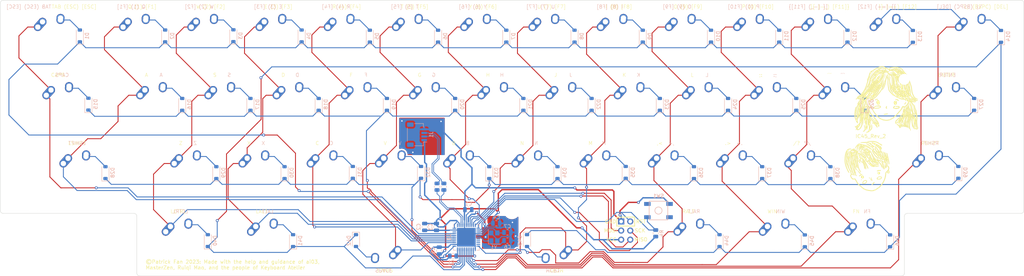
<source format=kicad_pcb>
(kicad_pcb (version 20221018) (generator pcbnew)
  (layers (0 "F.Cu" signal) (31 "B.Cu" signal) (34 "B.Paste" user) (35 "F.Paste" user) (36 "B.SilkS" user "B.Silkscreen") (37 "F.SilkS" user "F.Silkscreen") (38 "B.Mask" user) (39 "F.Mask" user) (44 "Edge.Cuts" user))
  (net 0 "")
  (net 1 "Net-(U1-UCAP)")
  (net 2 "GND")
  (net 3 "+5V")
  (net 4 "row0")
  (net 5 "Net-(D1-A)")
  (net 6 "Net-(D2-A)")
  (net 7 "Net-(D3-A)")
  (net 8 "Net-(D4-A)")
  (net 9 "Net-(D5-A)")
  (net 10 "Net-(D6-A)")
  (net 11 "Net-(D7-A)")
  (net 12 "Net-(D8-A)")
  (net 13 "Net-(D9-A)")
  (net 14 "Net-(D10-A)")
  (net 15 "Net-(D11-A)")
  (net 16 "Net-(D12-A)")
  (net 17 "Net-(D13-A)")
  (net 18 "row3")
  (net 19 "Net-(D14-A)")
  (net 20 "row1")
  (net 21 "Net-(D15-A)")
  (net 22 "Net-(D16-A)")
  (net 23 "Net-(D17-A)")
  (net 24 "Net-(D18-A)")
  (net 25 "Net-(D19-A)")
  (net 26 "Net-(D20-A)")
  (net 27 "Net-(D21-A)")
  (net 28 "Net-(D22-A)")
  (net 29 "Net-(D23-A)")
  (net 30 "Net-(D24-A)")
  (net 31 "Net-(D25-A)")
  (net 32 "Net-(D26-A)")
  (net 33 "Net-(D27-A)")
  (net 34 "row2")
  (net 35 "Net-(D28-A)")
  (net 36 "Net-(D29-A)")
  (net 37 "Net-(D30-A)")
  (net 38 "Net-(D31-A)")
  (net 39 "Net-(D32-A)")
  (net 40 "Net-(D33-A)")
  (net 41 "Net-(D34-A)")
  (net 42 "Net-(D35-A)")
  (net 43 "Net-(D36-A)")
  (net 44 "Net-(D37-A)")
  (net 45 "Net-(D38-A)")
  (net 46 "Net-(D39-A)")
  (net 47 "Net-(D40-A)")
  (net 48 "Net-(D41-A)")
  (net 49 "Net-(D42-A)")
  (net 50 "Net-(D43-A)")
  (net 51 "Net-(D44-A)")
  (net 52 "Net-(D45-A)")
  (net 53 "Net-(D46-A)")
  (net 54 "D-")
  (net 55 "D+")
  (net 56 "col0")
  (net 57 "col1")
  (net 58 "col2")
  (net 59 "col3")
  (net 60 "col4")
  (net 61 "col5")
  (net 62 "col6")
  (net 63 "col7")
  (net 64 "col8")
  (net 65 "col9")
  (net 66 "col10")
  (net 67 "col11")
  (net 68 "col12")
  (net 69 "Net-(U1-~{HWB}{slash}PE2)")
  (net 70 "DP")
  (net 71 "DN")
  (net 72 "XTAL1")
  (net 74 "XTAL2")
  (net 76 "RESET")
  (net 78 "MISO")
  (net 79 "MOSI")
  (net 80 "SCK")
  (footprint "MX_Alps_Hybrid:MX-1.5U-NoLED" (layer "F.Cu") (at 332.548998 65.60275)
    (fp_text reference "MX14")
    (fp_text value "\\| (BSPC) [DEL]")
  )
  (footprint "MX_Alps_Hybrid:MX-1U-NoLED" (layer "F.Cu") (at 289.686498 65.60275)
    (fp_text reference "MX12")
    (fp_text value "[{ (-_) [F11]}")
  )
  (footprint "MX_Alps_Hybrid:MX-1U-NoLED" (layer "F.Cu") (at 137.286498 65.60275)
    (fp_text reference "MX4")
    (fp_text value "E (3) [F3]")
  )
  (footprint "MX_Alps_Hybrid:MX-1.25U-NoLED" (layer "F.Cu") (at 253.967748 122.75275)
    (fp_text reference "MX44")
    (fp_text value "RALT")
  )
  (footprint "MX_Alps_Hybrid:MX-1U-NoLED" (layer "F.Cu") (at 156.336498 65.60275)
    (fp_text reference "MX5")
    (fp_text value "R (4) [F4]")
  )
  (footprint "MX_Alps_Hybrid:MX-1U-NoLED" (layer "F.Cu") (at 122.998998 84.65275)
    (fp_text reference "MX17")
    (fp_text value "S")
  )
  (footprint "MX_Alps_Hybrid:MX-1U-NoLED" (layer "F.Cu") (at 251.586498 65.60275)
    (fp_text reference "MX10")
    (fp_text value "O (9) [F9]")
  )
  (footprint "MX_Alps_Hybrid:MX-1U-NoLED" (layer "F.Cu") (at 194.436498 65.60275)
    (fp_text reference "MX7")
    (fp_text value "Y (6) [F6]")
  )
  (footprint "MX_Alps_Hybrid:MX-1U-NoLED" (layer "F.Cu") (at 208.723998 103.70275)
    (fp_text reference "MX34")
    (fp_text value "N")
  )
  (footprint "MX_Alps_Hybrid:MX-1.25U-NoLED" (layer "F.Cu") (at 277.780248 122.75275)
    (fp_text reference "MX45")
    (fp_text value "WIN")
  )
  (footprint "MX_Alps_Hybrid:MX-2.25U-NoLED" (layer "F.Cu") (at 82.517748 103.70275)
    (fp_text reference "MX28")
    (fp_text value "LSHIFT")
  )
  (footprint "MX_Alps_Hybrid:MX-2.75U-NoLED" (layer "F.Cu") (at 215.867748 122.75275 180)
    (fp_text reference "MX43")
    (fp_text value "MCR1")
  )
  (footprint "MX_Alps_Hybrid:MX-1U-NoLED" (layer "F.Cu") (at 103.948998 84.65275)
    (fp_text reference "MX16")
    (fp_text value "A")
  )
  (footprint "MX_Alps_Hybrid:MX-1U-NoLED" (layer "F.Cu") (at 99.186498 65.60275)
    (fp_text reference "MX2")
    (fp_text value "Q (1) [F1]")
  )
  (footprint "MX_Alps_Hybrid:MX-1U-NoLED" (layer "F.Cu") (at 237.298998 84.65275)
    (fp_text reference "MX23")
    (fp_text value "K")
  )
  (footprint "MX_Alps_Hybrid:MX-1U-NoLED" (layer "F.Cu") (at 284.923998 103.70275)
    (fp_text reference "MX38")
    (fp_text value "/?")
  )
  (footprint "MX_Alps_Hybrid:MX-1U-NoLED" (layer "F.Cu") (at 218.248998 84.65275)
    (fp_text reference "MX22")
    (fp_text value "J")
  )
  (footprint "MX_Alps_Hybrid:MX-1U-NoLED" (layer "F.Cu") (at 151.573998 103.70275)
    (fp_text reference "MX31")
    (fp_text value "C")
  )
  (footprint "MX_Alps_Hybrid:MX-1U-NoLED" (layer "F.Cu") (at 227.773998 103.70275)
    (fp_text reference "MX35")
    (fp_text value "M")
  )
  (footprint "MX_Alps_Hybrid:MX-1.75U-NoLED" (layer "F.Cu") (at 77.755248 84.65275)
    (fp_text reference "MX15")
    (fp_text value "CAPS")
  )
  (footprint "MX_Alps_Hybrid:MX-1U-NoLED" (layer "F.Cu") (at 180.148998 84.65275)
    (fp_text reference "MX20")
    (fp_text value "G")
  )
  (footprint "MX_Alps_Hybrid:MX-1.25U-NoLED" (layer "F.Cu") (at 301.592748 122.75275)
    (fp_text reference "MX46")
    (fp_text value "FN")
  )
  (footprint "MX_Alps_Hybrid:MX-1U-NoLED" (layer "F.Cu") (at 199.198998 84.65275)
    (fp_text reference "MX21")
    (fp_text value "H")
  )
  (footprint "MX_Alps_Hybrid:MX-1U-NoLED" (layer "F.Cu") (at 175.386498 65.60275)
    (fp_text reference "MX6")
    (fp_text value "T (5) [F5]")
  )
  (footprint "MX_Alps_Hybrid:MX-1U-NoLED" (layer "F.Cu") (at 142.048998 84.65275)
    (fp_text reference "MX18")
    (fp_text value "D")
  )
  (footprint "MX_Alps_Hybrid:MX-1U-NoLED" (layer "F.Cu") (at 113.473998 103.70275)
    (fp_text reference "MX29")
    (fp_text value "Z")
  )
  (footprint "MX_Alps_Hybrid:MX-1U-NoLED" (layer "F.Cu") (at 170.623998 103.70275)
    (fp_text reference "MX32")
    (fp_text value "V")
  )
  (footprint "MX_Alps_Hybrid:MX-2.25U-NoLED" (layer "F.Cu") (at 168.242748 122.75275 180)
    (fp_text reference "MX42")
    (fp_text value "SPACE")
  )
  (footprint "LOGO" (layer "F.Cu") (at 307.721612 91.752934)
    (fp_text reference "G***" hide)
    (fp_text value "LOGO" hide)
  )
  (footprint "MX_Alps_Hybrid:MX-2.25U-NoLED" (layer "F.Cu") (at 325.405248 84.65275)
    (fp_text reference "MX27")
    (fp_text value "ENTER")
  )
  (footprint "MX_Alps_Hybrid:MX-1U-NoLED" (layer "F.Cu") (at 275.398998 84.65275)
    (fp_text reference "MX25")
    (fp_text value ";:")
  )
  (footprint "MX_Alps_Hybrid:MX-1.25U-NoLED" (layer "F.Cu") (at 134.905248 122.75275)
    (fp_text reference "MX41")
    (fp_text value "LALT")
  )
  (footprint "MX_Alps_Hybrid:MX-1U-NoLED" (layer "F.Cu") (at 161.098998 84.65275)
    (fp_text reference "MX19")
    (fp_text value "F")
  )
  (footprint "MX_Alps_Hybrid:MX-1.25U-NoLED" (layer "F.Cu") (at 111.092748 122.75275)
    (fp_text reference "MX40")
    (fp_text value "LCTRL")
  )
  (footprint "MX_Alps_Hybrid:MX-1U-NoLED" (layer "F.Cu") (at 232.536498 65.60275)
    (fp_text reference "MX9")
    (fp_text value "I (8) [F8]")
  )
  (footprint "MX_Alps_Hybrid:MX-1U-NoLED" (layer "F.Cu") (at 256.348998 84.65275)
    (fp_text reference "MX24")
    (fp_text value "L")
  )
  (footprint "MX_Alps_Hybrid:MX-1U-NoLED" (layer "F.Cu") (at 189.673998 103.70275)
    (fp_text reference "MX33")
    (fp_text value "B")
  )
  (footprint "MX_Alps_Hybrid:MX-1U-NoLED" (layer "F.Cu") (at 308.736498 65.60275)
    (fp_text reference "MX13")
    (fp_text value "]} (=+) [F12]")
  )
  (footprint "MX_Alps_Hybrid:MX-1U-NoLED" (layer "F.Cu") (at 132.523998 103.70275)
    (fp_text reference "MX30")
    (fp_text value "X")
  )
  (footprint "MX_Alps_Hybrid:MX-1.5U-NoLED" (layer "F.Cu") (at 75.373998 65.60275)
    (fp_text reference "MX1")
    (fp_text value "TAB (ESC) [ESC]")
  )
  (footprint "MX_Alps_Hybrid:MX-1U-NoLED" (layer "F.Cu") (at 118.236498 65.60275)
    (fp_text reference "MX3")
    (fp_text value "W (2) [F2]")
  )
  (footprint "MX_Alps_Hybrid:MX-1U-NoLED" (layer "F.Cu") (at 265.873998 103.70275)
    (fp_text reference "MX37")
    (fp_text value ".>")
  )
  (footprint "MX_Alps_Hybrid:MX-1U-NoLED" (layer "F.Cu") (at 294.448998 84.65275)
    (fp_text reference "MX26")
    (fp_text value "'\"")
  )
  (footprint "MX_Alps_Hybrid:MX-1U-NoLED" (layer "F.Cu") (at 213.486498 65.60275)
    (fp_text reference "MX8")
    (fp_text value "U (7) [F7]")
  )
  (footprint "MX_Alps_Hybrid:MX-1U-NoLED" (layer "F.Cu") (at 270.636498 65.60275)
    (fp_text reference "MX11")
    (fp_text value "P (0) [F10]")
  )
  (footprint "MX_Alps_Hybrid:MX-2.75U-NoLED" (layer "F.Cu") (at 320.642748 103.70275)
    (fp_text reference "MX39")
    (fp_text value "RSHIFT")
  )
  (footprint "random-keyboard-parts:Reset_Pretty-Mask" (layer "F.Cu") (at 235.712 119.888 180)
    (fp_text reference "J2")
    (fp_text value "AVR-ISP-6")
  )
  (footprint "MX_Alps_Hybrid:MX-1U-NoLED" (layer "F.Cu") (at 246.823998 103.70275)
    (fp_text reference "MX36")
    (fp_text value ",<")
  )
  (footprint "Diode_SMD:D_SOD-123" (layer "B.Cu") (at 126.173998 65.47775 90)
    (fp_text reference "D3")
    (fp_text value "D_Small")
  )
  (footprint "Diode_SMD:D_SOD-123" (layer "B.Cu") (at 164.273998 65.60275 90)
    (fp_text reference "D5")
    (fp_text value "D_Small")
  )
  (footprint "Diode_SMD:D_SOD-123" (layer "B.Cu") (at 83.311498 65.54025 90)
    (fp_text reference "D1")
    (fp_text value "D_Small")
  )
  (footprint "Diode_SMD:D_SOD-123" (layer "B.Cu") (at 140.461498 103.70275 90)
    (fp_text reference "D30")
    (fp_text value "D_Small")
  )
  (footprint "Diode_SMD:D_SOD-123" (layer "B.Cu") (at 121.411498 103.70275 90)
    (fp_text reference "D29")
    (fp_text value "D_Small")
  )
  (footprint "Diode_SMD:D_SOD-123" (layer "B.Cu") (at 90.455248 103.70275 90)
    (fp_text reference "D28")
    (fp_text value "D_Small")
  )
  (footprint "Diode_SMD:D_SOD-123" (layer "B.Cu") (at 254.761498 103.70275 90)
    (fp_text reference "D36")
    (fp_text value "D_Small")
  )
  (footprint "Diode_SMD:D_SOD-123" (layer "B.Cu") (at 340.486498 65.66525 90)
    (fp_text reference "D14")
    (fp_text value "D_Small")
  )
  (footprint "Diode_SMD:D_SOD-123" (layer "B.Cu") (at 315.880248 65.66525 90)
    (fp_text reference "D13")
    (fp_text value "D_Small")
  )
  (footprint "Diode_SMD:D_SOD-123" (layer "B.Cu") (at 283.336498 84.65275 90)
    (fp_text reference "D25")
    (fp_text value "D_Small")
  )
  (footprint "Diode_SMD:D_SOD-123" (layer "B.Cu") (at 145.223998 65.54025 90)
    (fp_text reference "D4")
    (fp_text value "D_Small")
  )
  (footprint "Diode_SMD:D_SOD-123" (layer "B.Cu") (at 149.986498 84.65275 90)
    (fp_text reference "D18")
    (fp_text value "D_Small")
  )
  (footprint "Capacitor_SMD:C_0805_2012Metric" (layer "B.Cu") (at 202.692 122.682 180)
    (fp_text reference "C6")
    (fp_text value "22pF")
  )
  (footprint "Diode_SMD:D_SOD-123" (layer "B.Cu") (at 292.861498 103.70275 90)
    (fp_text reference "D38")
    (fp_text value "D_Small")
  )
  (footprint "Diode_SMD:D_SOD-123" (layer "B.Cu") (at 285.717748 122.75275 90)
    (fp_text reference "D45")
    (fp_text value "D_Small")
  )
  (footprint "Diode_SMD:D_SOD-123" (layer "B.Cu") (at 208.153 122.683 -90)
    (fp_text reference "D43")
    (fp_text value "D_Small")
  )
  (footprint "Diode_SMD:D_SOD-123" (layer "B.Cu") (at 235.711498 103.64025 90)
    (fp_text reference "D35")
    (fp_text value "D_Small")
  )
  (footprint "Diode_SMD:D_SOD-123" (layer "B.Cu") (at 309.530248 122.75275 90)
    (fp_text reference "D46")
    (fp_text value "D_Small")
  )
  (footprint "Diode_SMD:D_SOD-123" (layer "B.Cu") (at 207.136498 84.65275 90)
    (fp_text reference "D21")
    (fp_text value "D_Small")
  )
  (footprint "Diode_SMD:D_SOD-123" (layer "B.Cu") (at 85.692748 84.59025 90)
    (fp_text reference "D15")
    (fp_text value "D_Small")
  )
  (footprint "Capacitor_SMD:C_0805_2012Metric" (layer "B.Cu") (at 182.88 118.872 -90)
    (fp_text reference "C3")
    (fp_text value "0.1uF")
  )
  (footprint "Diode_SMD:D_SOD-123" (layer "B.Cu") (at 142.842748 122.69025 90)
    (fp_text reference "D41")
    (fp_text value "D_Small")
  )
  (footprint "Diode_SMD:D_SOD-123" (layer "B.Cu") (at 328.580248 103.64025 90)
    (fp_text reference "D39")
    (fp_text value "D_Small")
  )
  (footprint "Diode_SMD:D_SOD-123" (layer "B.Cu") (at 107.123998 65.54025 90)
    (fp_text reference "D2")
    (fp_text value "D_Small")
  )
  (footprint "Diode_SMD:D_SOD-123" (layer "B.Cu") (at 240.473998 65.60275 90)
    (fp_text reference "D9")
    (fp_text value "D_Small")
  )
  (footprint "Diode_SMD:D_SOD-123" (layer "B.Cu") (at 169.036498 84.65275 90)
    (fp_text reference "D19")
    (fp_text value "D_Small")
  )
  (footprint "Diode_SMD:D_SOD-123" (layer "B.Cu") (at 278.573998 65.60275 90)
    (fp_text reference "D11")
    (fp_text value "D_Small")
  )
  (footprint "Diode_SMD:D_SOD-123" (layer "B.Cu") (at 297.623998 65.60275 90)
    (fp_text reference "D12")
    (fp_text value "D_Small")
  )
  (footprint "Diode_SMD:D_SOD-123" (layer "B.Cu") (at 332.994 84.6465 90)
    (fp_text reference "D27")
    (fp_text value "D_Small")
  )
  (footprint "Diode_SMD:D_SOD-123" (layer "B.Cu") (at 111.886498 84.65275 90)
    (fp_text reference "D16")
    (fp_text value "D_Small")
  )
  (footprint "Diode_SMD:D_SOD-123" (layer "B.Cu") (at 197.611498 103.70275 90)
    (fp_text reference "D33")
    (fp_text value "D_Small")
  )
  (footprint "Diode_SMD:D_SOD-123" (layer "B.Cu") (at 226.186498 84.65275 90)
    (fp_text reference "D22")
    (fp_text value "D_Small")
  )
  (footprint "Diode_SMD:D_SOD-123" (layer "B.Cu") (at 221.423998 65.60275 90)
    (fp_text reference "D8")
    (fp_text value "D_Small")
  )
  (footprint "Diode_SMD:D_SOD-123" (layer "B.Cu") (at 273.811498 103.70275 90)
    (fp_text reference "D37")
    (fp_text value "D_Small")
  )
  (footprint "Diode_SMD:D_SOD-123" (layer "B.Cu") (at 261.905248 122.69025 90)
    (fp_text reference "D44")
    (fp_text value "D_Small")
  )
  (footprint "Diode_SMD:D_SOD-123" (layer "B.Cu") (at 264.286498 84.65275 90)
    (fp_text reference "D24")
    (fp_text value "D_Small")
  )
  (footprint "random-keyboard-parts:SKQG-1155865" (layer "B.Cu") (at 244.856 114.3)
    (fp_text reference "SW1")
    (fp_text value "SW_Push" hide)
  )
  (footprint "Capacitor_SMD:C_0805_2012Metric" (layer "B.Cu") (at 202.692 120.396 180)
    (fp_text reference "C7")
    (fp_text value "22pF")
  )
  (footprint "Diode_SMD:D_SOD-123" (layer "B.Cu") (at 188.086498 84.65275 90)
    (fp_text reference "D20")
    (fp_text value "D_Small")
  )
  (footprint "Capacitor_SMD:C_0805_2012Metric" (layer "B.Cu") (at 191.77 114.046 180)
    (fp_text reference "C1")
    (fp_text value "1uF")
  )
  (footprint "Resistor_SMD:R_0805_2012Metric" (layer "B.Cu") (at 244.094 120.65 90)
    (fp_text reference "R4")
    (fp_text value "10k")
  )
  (footprint "Resistor_SMD:R_0805_2012Metric" (layer "B.Cu") (at 183.0324 107.6433 -90)
    (fp_text reference "R3" hide)
    (fp_text value "22" hide)
  )
  (footprint "Diode_SMD:D_SOD-123" (layer "B.Cu") (at 245.236498 84.65275 90)
    (fp_text reference "D23")
    (fp_text value "D_Small")
  )
  (footprint "Capacitor_SMD:C_0805_2012Metric" (layer "B.Cu") (at 199.583 117.856)
    (fp_text reference "C4")
    (fp_text value "0.1uF")
  )
  (footprint "Package_DFN_QFN:QFN-44-1EP_7x7mm_P0.5mm_EP5.2x5.2mm" (layer "B.Cu") (at 191.2216 121.7526 -90)
    (fp_text reference "U1")
    (fp_text value "ATmega32U4-M")
  )
  (footprint "Diode_SMD:D_SOD-123" (layer "B.Cu") (at 202.373998 65.60275 90)
    (fp_text reference "D7")
    (fp_text value "D_Small")
  )
  (footprint "Resistor_SMD:R_0805_2012Metric" (layer "B.Cu") (at 187.5028 127 180)
    (fp_text reference "R1")
    (fp_text value "10k")
  )
  (footprint "Capacitor_SMD:C_0805_2012Metric" (layer "B.Cu") (at 179.578 118.872 -90)
    (fp_text reference "C2")
    (fp_text value "0.1uF")
  )
  (footprint "Diode_SMD:D_SOD-123" (layer "B.Cu") (at 159.511498 103.64025 90)
    (fp_text reference "D31")
    (fp_text value "D_Small")
  )
  (footprint "Diode_SMD:D_SOD-123" (layer "B.Cu") (at 259.523998 65.60275 90)
    (fp_text reference "D10")
    (fp_text value "D_Small")
  )
  (footprint "Diode_SMD:D_SOD-123" (layer "B.Cu") (at 178.561498 103.64025 90)
    (fp_text reference "D32")
    (fp_text value "D_Small")
  )
  (footprint "Resistor_SMD:R_0805_2012Metric" (layer "B.Cu") (at 184.9374 107.6433 -90)
    (fp_text reference "R2" hide)
    (fp_text value "22")
  )
  (footprint "Diode_SMD:D_SOD-123" (layer "B.Cu") (at 183.323998 65.60275 90)
    (fp_text reference "D6")
    (fp_text value "D_Small")
  )
  (footprint "Diode_SMD:D_SOD-123" (layer "B.Cu") (at 130.936498 84.65275 90)
    (fp_text reference "D17")
    (fp_text value "D_Small")
  )
  (footprint "Diode_SMD:D_SOD-123" (layer "B.Cu") (at 160.401 122.683 -90)
    (fp_text reference "D42")
    (fp_text value "D_Small")
  )
  (footprint "Diode_SMD:D_SOD-123" (layer "B.Cu") (at 216.661498 103.70275 90)
    (fp_text reference "D34")
    (fp_text value "D_Small")
  )
  (footprint "Diode_SMD:D_SOD-123" (layer "B.Cu") (at 302.386498 84.65275 90)
    (fp_text reference "D26")
    (fp_text value "D_Small")
  )
  (footprint "Capacitor_SMD:C_0805_2012Metric" (layer "B.Cu") (at 183.642 125.476 90)
    (fp_text reference "C5")
    (fp_text value "10uF")
  )
  (footprint "Crystal:Crystal_SMD_3225-4Pin_3.2x2.5mm" (layer "B.Cu") (at 199.009 121.6406 90)
    (fp_text reference "Y1")
    (fp_text value "16MHz")
  )
  (footprint "Connector_JST:JST_SH_SM04B-SRSS-TB_1x04-1MP_P1.00mm_Horizontal" (layer "B.Cu") (at 177.4444 93.1164 90)
    (fp_text reference "J1")
    (fp_text value "Conn_01x04")
  )
  (footprint "Diode_SMD:D_SOD-123" (layer "B.Cu") (at 119.030248 122.69025 90)
    (fp_text reference "D40")
    (fp_text value "D_Small")
  )
  (gr_line (start 346.075 55.5625) (end 61.9125 55.5625) (stroke (width 0.1)) (layer "Edge.Cuts"))
  (gr_line (start 346.86875 114.3) (end 346.86875 56.35625) (stroke (width 0.1)) (layer "Edge.Cuts"))
  (gr_arc (start 346.075 55.5625) (mid 346.636266 55.794984) (end 346.86875 56.35625) (stroke (width 0.1)) (layer "Edge.Cuts"))
  (gr_line (start 100.0125 132.55625) (end 312.7375 132.55625) (stroke (width 0.1)) (layer "Edge.Cuts"))
  (gr_arc (start 313.53125 115.8875) (mid 313.763734 115.326234) (end 314.325 115.09375) (stroke (width 0.1)) (layer "Edge.Cuts"))
  (gr_arc (start 61.11875 56.35625) (mid 61.351234 55.794984) (end 61.9125 55.5625) (stroke (width 0.1)) (layer "Edge.Cuts"))
  (gr_arc (start 313.53125 131.7625) (mid 313.298766 132.323766) (end 312.7375 132.55625) (stroke (width 0.1)) (layer "Edge.Cuts"))
  (gr_arc (start 61.9125 115.09375) (mid 61.351234 114.861266) (end 61.11875 114.3) (stroke (width 0.1)) (layer "Edge.Cuts"))
  (gr_arc (start 98.425 115.09375) (mid 98.986266 115.326234) (end 99.21875 115.8875) (stroke (width 0.1)) (layer "Edge.Cuts"))
  (gr_arc (start 346.86875 114.3) (mid 346.636266 114.861266) (end 346.075 115.09375) (stroke (width 0.1)) (layer "Edge.Cuts"))
  (gr_line (start 99.21875 115.8875) (end 99.21875 131.7625) (stroke (width 0.1)) (layer "Edge.Cuts"))
  (gr_line (start 314.325 115.09375) (end 346.075 115.09375) (stroke (width 0.1)) (layer "Edge.Cuts"))
  (gr_line (start 313.53125 131.7625) (end 313.53125 115.8875) (stroke (width 0.1)) (layer "Edge.Cuts"))
  (gr_line (start 61.9125 115.09375) (end 98.425 115.09375) (stroke (width 0.1)) (layer "Edge.Cuts"))
  (gr_arc (start 100.0125 132.55625) (mid 99.451234 132.323766) (end 99.21875 131.7625) (stroke (width 0.1)) (layer "Edge.Cuts"))
  (gr_line (start 61.11875 56.35625) (end 61.11875 114.3) (stroke (width 0.1)) (layer "Edge.Cuts"))
  (gr_text "IC45_Rev_2\n" (at 299.784112 94.134184) (layer "F.SilkS") (effects (font (size 1 1)) (justify left bottom)))
  (gr_text "©Patrick Fan 2023: Made with the help and guidance of ai03, \nMasterZen, Ruiqi Mao, and the people of Keyboard Atelier" (at 101.6 130.81) (layer "F.SilkS") (effects (font (size 1 1)) (justify left bottom)))
  (segment (start 192.72 114.046) (end 191.2216 115.5444) (width 0.254) (layer "B.Cu") (net 1))
  (segment (start 191.2216 115.5444) (end 191.2216 118.4151) (width 0.254) (layer "B.Cu") (net 1))
  (segment (start 231.9966 108.5526) (end 232.41 108.966) (width 0.381) (layer "F.Cu") (net 2))
  (segment (start 234.117099 114.370901) (end 236.474 112.014) (width 0.381) (layer "F.Cu") (net 2))
  (segment (start 236.474 112.014) (end 239.268 112.014) (width 0.381) (layer "F.Cu") (net 2))
  (segment (start 222.0906 108.5526) (end 231.9966 108.5526) (width 0.381) (layer "F.Cu") (net 2))
  (segment (start 221.488 107.95) (end 222.0906 108.5526) (width 0.381) (layer "F.Cu") (net 2))
  (segment (start 232.41 108.966) (end 232.41 115.316) (width 0.381) (layer "F.Cu") (net 2))
  (segment (start 234.117099 115.5345) (end 234.117099 114.370901) (width 0.381) (layer "F.Cu") (net 2))
  (segment (start 232.41 115.316) (end 234.442 117.348) (width 0.381) (layer "F.Cu") (net 2))
  (via (at 234.117099 115.5345) (size 0.8) (drill 0.4) (layers "F.Cu" "B.Cu") (net 2))
  (via (at 173.228 89.281) (size 0.8) (drill 0.4) (layers "F.Cu" "B.Cu") (net 2))
  (via (at 184.15 89.408) (size 0.8) (drill 0.4) (layers "F.Cu" "B.Cu") (net 2))
  (via (at 196.596 121.666) (size 0.8) (drill 0.4) (layers "F.Cu" "B.Cu") (net 2))
  (via (at 221.488 107.95) (size 0.8) (drill 0.4) (layers "F.Cu" "B.Cu") (net 2))
  (via (at 204.089 117.602) (size 0.8) (drill 0.4) (layers "F.Cu" "B.Cu") (net 2))
  (via (at 204.978 121.412) (size 0.8) (drill 0.4) (layers "F.Cu" "B.Cu") (net 2))
  (via (at 176.276 98.044) (size 0.8) (drill 0.4) (layers "F.Cu" "B.Cu") (net 2))
  (via (at 239.268 112.014) (size 0.8) (drill 0.4) (layers "F.Cu" "B.Cu") (net 2))
  (segment (start 182.88 119.822) (end 186.436 119.822) (width 0.381) (layer "B.Cu") (net 2))
  (segment (start 186.116 124.526) (end 186.69 123.952) (width 0.381) (layer "B.Cu") (net 2))
  (segment (start 187.8841 119.7526) (end 186.5054 119.7526) (width 0.254) (layer "B.Cu") (net 2))
  (segment (start 199.859 122.7406) (end 201.032 121.5676) (width 0.254) (layer "B.Cu") (net 2))
  (segment (start 201.032 121.5676) (end 203.0444 121.5676) (width 0.254) (layer "B.Cu") (net 2))
  (segment (start 239.268 112.014) (end 240.538 110.744) (width 0.381) (layer "B.Cu") (net 2))
  (segment (start 199.859 122.7406) (end 199.859 122.4025) (width 0.381) (layer "B.Cu") (net 2))
  (segment (start 197.7214 120.5406) (end 196.596 121.666) (width 0.254) (layer "B.Cu") (net 2))
  (segment (start 181.102 125.476) (end 182.052 124.526) (width 0.381) (layer "B.Cu") (net 2))
  (segment (start 182.88 119.822) (end 179.578 119.822) (width 0.381) (layer "B.Cu") (net 2))
  (segment (start 189.738 99.314) (end 192.786 102.362) (width 0.381) (layer "B.Cu") (net 2))
  (segment (start 189.738 97.282) (end 189.738 99.314) (width 0.381) (layer "B.Cu") (net 2))
  (segment (start 190.7216 121.2526) (end 191.2216 121.7526) (width 0.254) (layer "B.Cu") (net 2))
  (segment (start 190.82 114.046) (end 190.6871 114.1789) (width 0.381) (layer "B.Cu") (net 2))
  (segment (start 203.642 122.1652) (end 203.642 122.682) (width 0.254) (layer "B.Cu") (net 2))
  (segment (start 203.642 120.97) (end 203.642 120.396) (width 0.254) (layer "B.Cu") (net 2))
  (segment (start 190.7216 116.9414) (end 190.6871 116.9069) (width 0.254) (layer "B.Cu") (net 2))
  (segment (start 192.786 106.934) (end 193.802 107.95) (width 0.381) (layer "B.Cu") (net 2))
  (segment (start 247.956 112.45) (end 246.25 110.744) (width 0.381) (layer "B.Cu") (net 2))
  (segment (start 234.442 115.859401) (end 234.442 117.348) (width 0.381) (layer "B.Cu") (net 2))
  (segment (start 200.533 118.926) (end 202.172 118.926) (width 0.254) (layer "B.Cu") (net 2))
  (segment (start 194.5591 120.7526) (end 194.6051 120.7066) (width 0.254) (layer "B.Cu") (net 2))
  (segment (start 181.102 125.984) (end 181.102 125.476) (width 0.381) (layer "B.Cu") (net 2))
  (segment (start 190.6674 121.7526) (end 188.669401 123.750599) (width 0.254) (layer "B.Cu") (net 2))
  (segment (start 192.786 106.934) (end 190.82 108.9) (width 0.381) (layer "B.Cu") (net 2))
  (segment (start 181.102 125.984) (end 183.134 128.016) (width 0.381) (layer "B.Cu") (net 2))
  (segment (start 193.6946 124.2256) (end 191.2216 121.7526) (width 0.254) (layer "B.Cu") (net 2))
  (segment (start 195.47754 120.7066) (end 197.258139 118.926) (width 0.254) (layer "B.Cu") (net 2))
  (segment (start 198.159 120.5406) (end 197.7214 120.5406) (width 0.254) (layer "B.Cu") (net 2))
  (segment (start 202.172 118.926) (end 203.642 120.396) (width 0.254) (layer "B.Cu") (net 2))
  (segment (start 192.2216 120.7526) (end 191.2216 121.7526) (width 0.254) (layer "B.Cu") (net 2))
  (segment (start 186.5903 127) (end 186.5903 127.1251) (width 0.381) (layer "B.Cu") (net 2))
  (segment (start 190.6871 114.1789) (end 190.6871 116.9069) (width 0.381) (layer "B.Cu") (net 2))
  (segment (start 197.258139 118.926) (end 200.533 118.926) (width 0.254) (layer "B.Cu") (net 2))
  (segment (start 189.2216 119.7526) (end 191.2216 121.7526) (width 0.254) (layer "B.Cu") (net 2))
  (segment (start 191.2216 121.7526) (end 190.6674 121.7526) (width 0.254) (layer "B.Cu") (net 2))
  (segment (start 246.25 110.744) (end 240.538 110.744) (width 0.381) (layer "B.Cu") (net 2))
  (segment (start 194.6051 120.7066) (end 195.47754 120.7066) (width 0.254) (layer "B.Cu") (net 2))
  (segment (start 193.7216 125.0901) (end 193.6946 125.0631) (width 0.254) (layer "B.Cu") (net 2))
  (segment (start 234.117099 115.5345) (end 234.442 115.859401) (width 0.381) (layer "B.Cu") (net 2))
  (segment (start 193.6946 125.0631) (end 193.6946 124.2256) (width 0.254) (layer "B.Cu") (net 2))
  (segment (start 184.0724 91.6164) (end 189.738 97.282) (width 0.381) (layer "B.Cu") (net 2))
  (segment (start 199.859 122.3406) (end 199.859 122.7406) (width 0.254) (layer "B.Cu") (net 2))
  (segment (start 193.802 107.95) (end 221.488 107.95) (width 0.381) (layer "B.Cu") (net 2))
  (segment (start 186.5903 127.1251) (end 185.6994 128.016) (width 0.381) (layer "B.Cu") (net 2))
  (segment (start 188.669401 123.750599) (end 187.8841 123.750599) (width 0.254) (layer "B.Cu") (net 2))
  (segment (start 186.8894 123.7526) (end 186.69 123.952) (width 0.254) (layer "B.Cu") (net 2))
  (segment (start 203.0444 121.5676) (end 203.642 120.97) (width 0.254) (layer "B.Cu") (net 2))
  (segment (start 198.159 120.6406) (end 199.859 122.3406) (width 0.254) (layer "B.Cu") (net 2))
  (segment (start 190.82 108.9) (end 190.82 114.046) (width 0.381) (layer "B.Cu") (net 2))
  (segment (start 187.8841 119.7526) (end 189.2216 119.7526) (width 0.254) (layer "B.Cu") (net 2))
  (segment (start 179.4444 91.6164) (end 184.0724 91.6164) (width 0.381) (layer "B.Cu") (net 2))
  (segment (start 183.134 128.016) (end 185.6994 128.016) (width 0.381) (layer "B.Cu") (net 2))
  (segment (start 194.5591 120.7526) (end 192.2216 120.7526) (width 0.254) (layer "B.Cu") (net 2))
  (segment (start 203.0444 121.5676) (end 203.642 122.1652) (width 0.254) (layer "B.Cu") (net 2))
  (segment (start 182.052 124.526) (end 183.642 124.526) (width 0.381) (layer "B.Cu") (net 2))
  (segment (start 187.8841 123.7526) (end 186.8894 123.7526) (width 0.254) (layer "B.Cu") (net 2))
  (segment (start 200.533 117.856) (end 200.533 118.926) (width 0.254) (layer "B.Cu") (net 2))
  (segment (start 183.642 124.526) (end 186.116 124.526) (width 0.381) (layer "B.Cu") (net 2))
  (segment (start 190.7216 118.4151) (end 190.7216 121.2526) (width 0.254) (layer "B.Cu") (net 2))
  (segment (start 192.786 102.362) (end 192.786 106.934) (width 0.381) (layer "B.Cu") (net 2))
  (segment (start 190.7216 118.4151) (end 190.7216 116.9414) (width 0.254) (layer "B.Cu") (net 2))
  (segment (start 196.342 117.094) (end 194.056 114.808) (width 0.381) (layer "F.Cu") (net 3))
  (segment (start 199.136 113.792) (end 200.152 114.808) (width 0.381) (layer "F.Cu") (net 3))
  (segment (start 185.166 127) (end 193.548 127) (width 0.381) (layer "F.Cu") (net 3))
  (segment (start 185.42 123.317) (end 185.42 118.11) (width 0.381) (layer "F.Cu") (net 3))
  (segment (start 201.168 108.458) (end 200.152 109.474) (width 0.381) (layer "F.Cu") (net 3))
  (segment (start 185.166 125.476) (end 185.42 125.222) (width 0.381) (layer "F.Cu") (net 3))
  (segment (start 186.69 113.792) (end 199.136 113.792) (width 0.381) (layer "F.Cu") (net 3))
  (segment (start 200.152 109.728) (end 200.152 114.808) (width 0.381) (layer "F.Cu") (net 3))
  (segment (start 185.42 118.11) (end 183.896 116.586) (width 0.381) (layer "F.Cu") (net 3))
  (segment (start 185.42 125.222) (end 185.42 123.317) (width 0.381) (layer "F.Cu") (net 3))
  (segment (start 183.896 116.586) (end 186.69 113.792) (width 0.381) (layer "F.Cu") (net 3))
  (segment (start 221.996 119.126) (end 211.328 108.458) (width 0.381) (layer "F.Cu") (net 3))
  (segment (start 200.152 109.474) (end 200.152 109.728) (width 0.381) (layer "F.Cu") (net 3))
  (segment (start 196.342 118.11) (end 196.342 117.094) (width 0.381) (layer "F.Cu") (net 3))
  (segment (start 211.328 108.458) (end 201.168 108.458) (width 0.381) (layer "F.Cu") (net 3))
  (segment (start 223.52 119.126) (end 221.996 119.126) (width 0.381) (layer "F.Cu") (net 3))
  (via (at 196.342 118.11) (size 0.8) (drill 0.4) (layers "F.Cu" "B.Cu") (net 3))
  (via (at 223.52 119.126) (size 0.8) (drill 0.4) (layers "F.Cu" "B.Cu") (net 3))
  (via (at 185.166 127) (size 0.8) (drill 0.4) (layers "F.Cu" "B.Cu") (net 3))
  (via (at 193.548 127) (size 0.8) (drill 0.4) (layers "F.Cu" "B.Cu") (net 3))
  (via (at 183.896 116.586) (size 0.8) (drill 0.4) (layers "F.Cu" "B.Cu") (net 3))
  (via (at 194.056 114.808) (size 0.8) (drill 0.4) (layers "F.Cu" "B.Cu") (net 3))
  (via (at 185.166 125.476) (size 0.8) (drill 0.4) (layers "F.Cu" "B.Cu") (net 3))
  (via (at 200.152 114.808) (size 0.8) (drill 0.4) (layers "F.Cu" "B.Cu") (net 3))
  (segment (start 188.468 117.094) (end 188.722 117.348) (width 0.381) (layer "B.Cu") (net 3))
  (segment (start 182.88 117.922) (end 182.88 118.364) (width 0.381) (layer "B.Cu") (net 3))
  (segment (start 180.086 106.172) (end 180.086 101.346) (width 0.381) (layer "B.Cu") (net 3))
  (segment (start 198.633 116.327) (end 198.633 118.0345) (width 0.381) (layer "B.Cu") (net 3))
  (segment (start 187.8841 118.164264) (end 188.700364 117.348) (width 0.254) (layer "B.Cu") (net 3))
  (segment (start 184.912 118.872) (end 186.69 117.094) (width 0.381) (layer "B.Cu") (net 3))
  (segment (start 180.086 101.346) (end 179.578 100.838) (width 0.381) (layer "B.Cu") (net 3))
  (segment (start 183.388 118.872) (end 184.912 118.872) (width 0.381) (layer "B.Cu") (net 3))
  (segment (start 184.216 126.426) (end 185.166 125.476) (width 0.381) (layer "B.Cu") (net 3))
  (segment (start 182.88 118.364) (end 183.388 118.872) (width 0.381) (layer "B.Cu") (net 3))
  (segment (start 189.2216 118.4151) (end 189.2216 117.826764) (width 0.254) (layer "B.Cu") (net 3))
  (segment (start 196.342 118.11) (end 196.342 119.110283) (width 0.381) (layer "B.Cu") (net 3))
  (segment (start 179.578 109.982) (end 183.896 114.3) (width 0.381) (layer "B.Cu") (net 3))
  (segment (start 187.8841 124.2526) (end 187.809199 124.2526) (width 0.254) (layer "B.Cu") (net 3))
  (segment (start 193.548 115.316) (end 192.663374 115.316) (width 0.381) (layer "B.Cu") (net 3))
  (segment (start 192.663374 115.316) (end 191.769999 116.209375) (width 0.381) (layer "B.Cu") (net 3))
  (segment (start 179.578 109.982) (end 179.578 106.68) (width 0.381) (layer "B.Cu") (net 3))
  (segment (start 223.52 119.126) (end 223.52 119.1635) (width 0.381) (layer "B.Cu") (net 3))
  (segment (start 188.700364 117.348) (end 188.722 117.348) (width 0.254) (layer "B.Cu") (net 3))
  (segment (start 183.642 126.426) (end 183.642 127.254) (width 0.381) (layer "B.Cu") (net 3))
  (segment (start 182.88 117.094) (end 182.88 117.922) (width 0.381) (layer "B.Cu") (net 3))
  (segment (start 187.8841 119.2526) (end 187.8841 118.164264) (width 0.254) (layer "B.Cu") (net 3))
  (segment (start 188.742836 117.348) (end 188.722 117.348) (width 0.254) (layer "B.Cu") (net 3))
  (segment (start 185.166 126.895799) (end 185.635799 126.426) (width 0.381) (layer "B.Cu") (net 3))
  (segment (start 183.823 127.435) (end 184.626799 127.435) (width 0.381) (layer "B.Cu") (net 3))
  (segment (start 193.2216 125.0901) (end 193.2216 126.6736) (width 0.254) (layer "B.Cu") (net 3))
  (segment (start 179.578 106.68) (end 180.086 106.172) (width 0.381) (layer "B.Cu") (net 3))
  (segment (start 183.388 116.586) (end 182.88 117.094) (width 0.381) (layer "B.Cu") (net 3))
  (segment (start 195.289488 120.2526) (end 197.686088 117.856) (width 0.254) (layer "B.Cu") (net 3))
  (segment (start 226.7845 122.428) (end 229.362 122.428) (width 0.381) (layer "B.Cu") (net 3))
  (segment (start 183.896 116.586) (end 183.388 116.586) (width 0.381) (layer "B.Cu") (net 3))
  (segment (start 194.056 114.808) (end 193.548 115.316) (width 0.381) (layer "B.Cu") (net 3))
  (segment (start 193.2216 126.6736) (end 193.548 127) (width 0.254) (layer "B.Cu") (net 3))
  (segment (start 229.362 122.428) (end 231.902 124.968) (width 0.381) (layer "B.Cu") (net 3))
  (segment (start 184.731 127.435) (end 185.166 127) (width 0.381) (layer "B.Cu") (net 3))
  (segment (start 183.642 127.254) (end 183.823 127.435) (width 0.381) (layer "B.Cu") (net 3))
  (segment (start 184.626799 127.435) (end 184.731 127.435) (width 0.381) (layer "B.Cu") (net 3))
  (segment (start 231.902 124.968) (end 240.6885 124.968) (width 0.381) (layer "B.Cu") (net 3))
  (segment (start 186.69 117.094) (end 188.468 117.094) (width 0.381) (layer "B.Cu") (net 3))
  (segment (start 182.88 117.922) (end 179.578 117.922) (width 0.381) (layer "B.Cu") (net 3))
  (segment (start 197.686088 117.856) (end 198.633 117.856) (width 0.254) (layer "B.Cu") (net 3))
  (segment (start 179.578 94.75) (end 179.4444 94.6164) (width 0.381) (layer "B.Cu") (net 3))
  (segment (start 183.642 126.426) (end 184.216 126.426) (width 0.381) (layer "B.Cu") (net 3))
  (segment (start 187.809199 124.2526) (end 185.635799 126.426) (width 0.254) (layer "B.Cu") (net 3))
  (segment (start 179.578 100.838) (end 179.578 94.75) (width 0.381) (layer "B.Cu") (net 3))
  (segment (start 196.342 119.110283) (end 196.334141 119.118142) (width 0.381) (layer "B.Cu") (net 3))
  (segment (start 240.6885 124.968) (end 244.094 121.5625) (width 0.381) (layer "B.Cu") (net 3))
  (segment (start 179.4444 94.6164) (end 179.488498 94.660498) (width 0.254) (layer "B.Cu") (net 3))
  (segment (start 189.2216 117.826764) (end 188.742836 117.348) (width 0.254) (layer "B.Cu") (net 3))
  (segment (start 223.52 119.1635) (end 226.7845 122.428) (width 0.381) (layer "B.Cu") (net 3))
  (segment (start 185.166 127) (end 185.166 126.895799) (width 0.381) (layer "B.Cu") (net 3))
  (segment (start 191.7216 118.4151) (end 191.7216 117.3964) (width 0.254) (layer "B.Cu") (net 3))
  (segment (start 191.769999 116.209375) (end 191.77 117.348) (width 0.381) (layer "B.Cu") (net 3))
  (segment (start 183.896 114.3) (end 183.896 116.586) (width 0.381) (layer "B.Cu") (net 3))
  (segment (start 200.152 114.808) (end 198.633 116.327) (width 0.381) (layer "B.Cu") (net 3))
  (segment (start 194.5591 120.2526) (end 195.289488 120.2526) (width 0.254) (layer "B.Cu") (net 3))
  (segment (start 229.362 122.428) (end 234.442 122.428) (width 0.381) (layer "B.Cu") (net 3))
  (segment (start 143.51 98.298) (end 138.43 93.218) (width 0.254) (layer "F.Cu") (net 4))
  (segment (start 187.452 130.048) (end 184.912 130.048) (width 0.254) (layer "F.Cu") (net 4))
  (segment (start 138.43 93.218) (end 134.62 93.218) (width 0.254) (layer "F.Cu") (net 4))
  (segment (start 143.51 107.696) (end 143.51 98.298) (width 0.254) (layer "F.Cu") (net 4))
  (segment (start 184.912 130.048) (end 163.83 108.966) (width 0.254) (layer "F.Cu") (net 4))
  (segment (start 144.526 108.712) (end 143.51 107.696) (width 0.254) (layer "F.Cu") (net 4))
  (via (at 163.83 108.966) (size 0.8) (drill 0.4) (layers "F.Cu" "B.Cu") (net 4))
  (via (at 187.452 130.048) (size 0.8) (drill 0.4) (layers "F.Cu" "B.Cu") (net 4))
  (via (at 144.526 108.712) (size 0.8) (drill 0.4) (layers "F.Cu" "B.Cu") (net 4))
  (via (at 134.62 93.218) (size 0.8) (drill 0.4) (layers "F.Cu" "B.Cu") (net 4))
  (segment (start 124.467748 68.834) (end 108.767748 68.834) (width 0.254) (layer "B.Cu") (net 4))
  (segment (start 146.867748 68.834) (end 145.223998 67.19025) (width 0.254) (layer "B.Cu") (net 4))
  (segment (start 240.473998 67.25275) (end 238.892748 68.834) (width 0.254) (layer "B.Cu") (net 4))
  (segment (start 202.373998 67.25275) (end 200.792748 68.834) (width 0.254) (layer "B.Cu") (net 4))
  (segment (start 183.323998 67.25275) (end 181.742748 68.834) (width 0.254) (layer "B.Cu") (net 4))
  (segment (start 105.480248 68.834) (end 84.955248 68.834) (width 0.254) (layer "B.Cu") (net 4))
  (segment (start 276.992748 68.834) (end 261.105248 68.834) (width 0.254) (layer "B.Cu") (net 4))
  (segment (start 314.361498 68.834) (end 299.205248 68.834) (width 0.254) (layer "B.Cu") (net 4))
  (segment (start 200.792748 68.834) (end 184.905248 68.834) (width 0.254) (layer "B.Cu") (net 4))
  (segment (start 187.452 130.048) (end 189.479637 130.048) (width 0.254) (layer "B.Cu") (net 4))
  (segment (start 69.088 93.218) (end 63.5 87.63) (width 0.254) (layer "B.Cu") (net 4))
  (segment (start 280.155248 68.834) (end 278.573998 67.25275) (width 0.254) (layer "B.Cu") (net 4))
  (segment (start 127.880248 68.834) (end 126.173998 67.12775) (width 0.254) (layer "B.Cu") (net 4))
  (segment (start 77.095748 73.406) (end 83.311498 67.19025) (width 0.254) (layer "B.Cu") (net 4))
  (segment (start 145.223998 67.19025) (end 143.580248 68.834) (width 0.254) (layer "B.Cu") (net 4))
  (segment (start 164.273998 67.25275) (end 162.692748 68.834) (width 0.254) (layer "B.Cu") (net 4))
  (segment (start 259.523998 67.25275) (end 257.942748 68.834) (width 0.254) (layer "B.Cu") (net 4))
  (segment (start 189.479637 130.048) (end 190.2216 129.306037) (width 0.254) (layer "B.Cu") (net 4))
  (segment (start 126.173998 67.12775) (end 124.467748 68.834) (width 0.254) (layer "B.Cu") (net 4))
  (segment (start 242.055248 68.834) (end 240.473998 67.25275) (width 0.254) (layer "B.Cu") (net 4))
  (segment (start 221.423998 67.25275) (end 219.842748 68.834) (width 0.254) (layer "B.Cu") (net 4))
  (segment (start 299.205248 68.834) (end 297.623998 67.25275) (width 0.254) (layer "B.Cu") (net 4))
  (segment (start 181.742748 68.834) (end 165.855248 68.834) (width 0.254) (layer "B.Cu") (net 4))
  (segment (start 315.880248 67.31525) (end 314.361498 68.834) (width 0.254) (layer "B.Cu") (net 4))
  (segment (start 144.78 108.966) (end 144.526 108.712) (width 0.254) (layer "B.Cu") (net 4))
  (segment (start 162.692748 68.834) (end 146.867748 68.834) (width 0.254) (layer "B.Cu") (net 4))
  (segment (start 223.005248 68.834) (end 221.423998 67.25275) (width 0.254) (layer "B.Cu") (net 4))
  (segment (start 278.573998 67.25275) (end 276.992748 68.834) (width 0.254) (layer "B.Cu") (net 4))
  (segment (start 163.83 108.966) (end 144.78 108.966) (width 0.254) (layer "B.Cu") (net 4))
  (segment (start 238.892748 68.834) (end 223.005248 68.834) (width 0.254) (layer "B.Cu") (net 4))
  (segment (start 108.767748 68.834) (end 107.123998 67.19025) (width 0.254) (layer "B.Cu") (net 4))
  (segment (start 63.5 87.63) (end 63.5 77.724) (width 0.254) (layer "B.Cu") (net 4))
  (segment (start 297.623998 67.25275) (end 296.042748 68.834) (width 0.254) (layer "B.Cu") (net 4))
  (segment (start 107.123998 67.19025) (end 105.480248 68.834) (width 0.254) (layer "B.Cu") (net 4))
  (segment (start 219.842748 68.834) (end 219.71 68.834) (width 0.254) (layer "B.Cu") (net 4))
  (segment (start 257.942748 68.834) (end 242.055248 68.834) (width 0.254) (layer "B.Cu") (net 4))
  (segment (start 184.905248 68.834) (end 183.323998 67.25275) (width 0.254) (layer "B.Cu") (net 4))
  (segment (start 296.042748 68.834) (end 280.155248 68.834) (width 0.254) (layer "B.Cu") (net 4))
  (segment (start 143.580248 68.834) (end 127.880248 68.834) (width 0.254) (layer "B.Cu") (net 4))
  (segment (start 134.62 93.218) (end 69.088 93.218) (width 0.254) (layer "B.Cu") (net 4))
  (segment (start 261.105248 68.834) (end 259.523998 67.25275) (width 0.254) (layer "B.Cu") (net 4))
  (segment (start 84.955248 68.834) (end 83.311498 67.19025) (width 0.254) (layer "B.Cu") (net 4))
  (segment (start 63.5 77.724) (end 67.818 73.406) (width 0.254) (layer "B.Cu") (net 4))
  (segment (start 67.818 73.406) (end 77.095748 73.406) (width 0.254) (layer "B.Cu") (net 4))
  (segment (start 190.2216 129.306037) (end 190.2216 125.0901) (width 0.254) (layer "B.Cu") (net 4))
  (segment (start 165.855248 68.834) (end 164.273998 67.25275) (width 0.254) (layer "B.Cu") (net 4))
  (segment (start 219.71 68.834) (end 203.955248 68.834) (width 0.254) (layer "B.Cu") (net 4))
  (segment (start 203.955248 68.834) (end 202.373998 67.25275) (width 0.254) (layer "B.Cu") (net 4))
  (segment (start 77.873998 61.10275) (end 80.523998 61.10275) (width 0.254) (layer "B.Cu") (net 5))
  (segment (start 80.523998 61.10275) (end 83.311498 63.89025) (width 0.254) (layer "B.Cu") (net 5))
  (segment (start 101.686498 61.10275) (end 104.336498 61.10275) (width 0.254) (layer "B.Cu") (net 6))
  (segment (start 104.336498 61.10275) (end 107.123998 63.89025) (width 0.254) (layer "B.Cu") (net 6))
  (segment (start 123.448998 61.10275) (end 126.173998 63.82775) (width 0.254) (layer "B.Cu") (net 7))
  (segment (start 120.736498 61.10275) (end 123.448998 61.10275) (width 0.254) (layer "B.Cu") (net 7))
  (segment (start 139.786498 61.10275) (end 142.436498 61.10275) (width 0.254) (layer "B.Cu") (net 8))
  (segment (start 142.436498 61.10275) (end 145.223998 63.89025) (width 0.254) (layer "B.Cu") (net 8))
  (segment (start 161.423998 61.10275) (end 164.273998 63.95275) (width 0.254) (layer "B.Cu") (net 9))
  (segment (start 158.836498 61.10275) (end 161.423998 61.10275) (width 0.254) (layer "B.Cu") (net 9))
  (segment (start 180.473998 61.10275) (end 183.323998 63.95275) (width 0.254) (layer "B.Cu") (net 10))
  (segment (start 177.886498 61.10275) (end 180.473998 61.10275) (width 0.254) (layer "B.Cu") (net 10))
  (segment (start 199.523998 61.10275) (end 202.373998 63.95275) (width 0.254) (layer "B.Cu") (net 11))
  (segment (start 196.936498 61.10275) (end 199.523998 61.10275) (width 0.254) (layer "B.Cu") (net 11))
  (segment (start 215.986498 61.10275) (end 218.573998 61.10275) (width 0.254) (layer "B.Cu") (net 12))
  (segment (start 218.573998 61.10275) (end 221.423998 63.95275) (width 0.254) (layer "B.Cu") (net 12))
  (segment (start 237.623998 61.10275) (end 240.473998 63.95275) (width 0.254) (layer "B.Cu") (net 13))
  (segment (start 235.036498 61.10275) (end 237.623998 61.10275) (width 0.254) (layer "B.Cu") (net 13))
  (segment (start 256.673998 61.10275) (end 259.523998 63.95275) (width 0.254) (layer "B.Cu") (net 14))
  (segment (start 254.086498 61.10275) (end 256.673998 61.10275) (width 0.254) (layer "B.Cu") (net 14))
  (segment (start 275.723998 61.10275) (end 278.573998 63.95275) (width 0.254) (layer "B.Cu") (net 15))
  (segment (start 273.136498 61.10275) (end 275.723998 61.10275) (width 0.254) (layer "B.Cu") (net 15))
  (segment (start 292.186498 61.10275) (end 294.773998 61.10275) (width 0.254) (layer "B.Cu") (net 16))
  (segment (start 294.773998 61.10275) (end 297.623998 63.95275) (width 0.254) (layer "B.Cu") (net 16))
  (segment (start 311.236498 61.10275) (end 312.967748 61.10275) (width 0.254) (layer "B.Cu") (net 17))
  (segment (start 312.967748 61.10275) (end 315.880248 64.01525) (width 0.254) (layer "B.Cu") (net 17))
  (segment (start 124.26 98.498) (end 132.842 89.916) (width 0.254) (layer "F.Cu") (net 18))
  (segment (start 133.912 82.869947) (end 133.912 77.27) (width 0.254) (layer "F.Cu") (net 18))
  (segment (start 133.912 88.846) (end 133.912 82.869947) (width 0.254) (layer "F.Cu") (net 18))
  (segment (start 133.912 77.27) (end 133.858 77.216) (width 0.254) (layer "F.Cu") (net 18))
  (segment (start 132.842 89.916) (end 133.912 88.846) (width 0.254) (layer "F.Cu") (net 18))
  (segment (start 124.26 114.5) (end 124.26 98.498) (width 0.254) (layer "F.Cu") (net 18))
  (segment (start 121.666 117.094) (end 124.26 114.5) (width 0.254) (layer "F.Cu") (net 18))
  (via (at 121.666 117.094) (size 0.8) (drill 0.4) (layers "F.Cu" "B.Cu") (net 18))
  (via (at 133.858 77.216) (size 0.8) (drill 0.4) (layers "F.Cu" "B.Cu") (net 18))
  (segment (start 340.486498 97.155502) (end 327.914 109.728) (width 0.254) (layer "B.Cu") (net 18))
  (segment (start 189.359689 130.81) (end 184.912 130.81) (width 0.254) (layer "B.Cu") (net 18))
  (segment (start 312.166 121.766998) (end 309.530248 124.40275) (width 0.254) (layer "B.Cu") (net 18))
  (segment (start 120.673998 125.984) (end 119.030248 124.34025) (width 0.254) (layer "B.Cu") (net 18))
  (segment (start 172.974 130.302) (end 163.0555 130.302) (width 0.254) (layer "B.Cu") (net 18))
  (segment (start 284.136498 125.984) (end 263.548998 125.984) (width 0.254) (layer "B.Cu") (net 18))
  (segment (start 184.912 130.81) (end 181.102 127) (width 0.254) (layer "B.Cu") (net 18))
  (segment (start 227.33 125.222) (end 221.996 119.888) (width 0.254) (layer "B.Cu") (net 18))
  (segment (start 285.717748 124.40275) (end 284.136498 125.984) (width 0.254) (layer "B.Cu") (net 18))
  (segment (start 285.717748 124.40275) (end 287.298998 125.984) (width 0.254) (layer "B.Cu") (net 18))
  (segment (start 313.944 109.728) (end 312.166 111.506) (width 0.254) (layer "B.Cu") (net 18))
  (segment (start 327.914 109.728) (end 313.944 109.728) (width 0.254) (layer "B.Cu") (net 18))
  (segment (start 157.09375 124.34025) (end 142.842748 124.34025) (width 0.254) (layer "B.Cu") (net 18))
  (segment (start 263.548998 125.984) (end 261.905248 124.34025) (width 0.254) (layer "B.Cu") (net 18))
  (segment (start 229.87 125.222) (end 227.33 125.222) (width 0.254) (layer "B.Cu") (net 18))
  (segment (start 141.198998 125.984) (end 120.673998 125.984) (width 0.254) (layer "B.Cu") (net 18))
  (segment (start 287.298998 125.984) (end 307.948998 125.984) (width 0.254) (layer "B.Cu") (net 18))
  (segment (start 133.858 77.216) (end 136.906 74.168) (width 0.254) (layer "B.Cu") (net 18))
  (segment (start 209.298 119.888) (end 208.153 121.033) (width 0.254) (layer "B.Cu") (net 18))
  (segment (start 181.102 127) (end 176.276 127) (width 0.254) (layer "B.Cu") (net 18))
  (segment (start 230.632 125.984) (end 229.87 125.222) (width 0.254) (layer "B.Cu") (net 18))
  (segment (start 312.166 111.506) (end 312.166 121.766998) (width 0.254) (layer "B.Cu") (net 18))
  (segment (start 333.633748 74.168) (end 340.486498 67.31525) (width 0.254) (layer "B.Cu") (net 18))
  (segment (start 163.0555 130.302) (end 157.09375 124.34025) (width 0.254) (layer "B.Cu") (net 18))
  (segment (start 221.996 119.888) (end 209.298 119.888) (width 0.254) (layer "B.Cu") (net 18))
  (segment (start 190.7216 129.448089) (end 189.359689 130.81) (width 0.254) (layer "B.Cu") (net 18))
  (segment (start 121.666 121.704498) (end 121.666 117.094) (width 0.254) (layer "B.Cu") (net 18))
  (segment (start 119.030248 124.34025) (end 121.666 121.704498) (width 0.254) (layer "B.Cu") (net 18))
  (segment (start 136.906 74.168) (end 333.633748 74.168) (width 0.254) (layer "B.Cu") (net 18))
  (segment (start 176.276 127) (end 172.974 130.302) (width 0.254) (layer "B.Cu") (net 18))
  (segment (start 142.842748 124.34025) (end 141.198998 125.984) (width 0.254) (layer "B.Cu") (net 18))
  (segment (start 160.401 121.033) (end 157.09375 124.34025) (width 0.254) (layer "B.Cu") (net 18))
  (segment (start 340.486498 67.31525) (end 340.486498 97.155502) (width 0.254) (layer "B.Cu") (net 18))
  (segment (start 190.7216 125.0901) (end 190.7216 129.448089) (width 0.254) (layer "B.Cu") (net 18))
  (segment (start 307.948998 125.984) (end 309.530248 124.40275) (width 0.254) (layer "B.Cu") (net 18))
  (segment (start 260.261498 125.984) (end 230.632 125.984) (width 0.254) (layer "B.Cu") (net 18))
  (segment (start 261.905248 124.34025) (end 260.261498 125.984) (width 0.254) (layer "B.Cu") (net 18))
  (segment (start 337.573998 61.10275) (end 340.486498 64.01525) (width 0.254) (layer "B.Cu") (net 19))
  (segment (start 335.048998 61.10275) (end 337.573998 61.10275) (width 0.254) (layer "B.Cu") (net 19))
  (segment (start 163.865 108.239) (end 164.131134 108.239) (width 0.254) (layer "F.Cu") (net 20))
  (segment (start 164.557 108.931) (end 184.912 129.286) (width 0.254) (layer "F.Cu") (net 20))
  (segment (start 164.131134 108.239) (end 164.557 108.664866) (width 0.254) (layer "F.Cu") (net 20))
  (segment (start 164.557 108.664866) (end 164.557 108.931) (width 0.254) (layer "F.Cu") (net 20))
  (segment (start 184.912 129.286) (end 188.214 129.286) (width 0.254) (layer "F.Cu") (net 20))
  (segment (start 163.576 107.95) (end 163.865 108.239) (width 0.254) (layer "F.Cu") (net 20))
  (segment (start 163.576 105.918) (end 163.576 107.95) (width 0.254) (layer "F.Cu") (net 20))
  (via (at 163.576 105.918) (size 0.8) (drill 0.4) (layers "F.Cu" "B.Cu") (net 20))
  (via (at 188.214 129.286) (size 0.8) (drill 0.4) (layers "F.Cu" "B.Cu") (net 20))
  (segment (start 283.336498 86.30275) (end 284.968548 87.9348) (width 0.254) (layer "B.Cu") (net 20))
  (segment (start 189.7216 128.806534) (end 189.7216 125.0901) (width 0.254) (layer "B.Cu") (net 20))
  (segment (start 163.576 105.918) (end 163.322 105.664) (width 0.254) (layer "B.Cu") (net 20))
  (segment (start 186.454448 87.9348) (end 188.086498 86.30275) (width 0.254) (layer "B.Cu") (net 20))
  (segment (start 132.568548 87.9348) (end 148.354448 87.9348) (width 0.254) (layer "B.Cu") (net 20))
  (segment (start 207.136498 86.30275) (end 208.768548 87.9348) (width 0.254) (layer "B.Cu") (net 20))
  (segment (start 262.654448 87.9348) (end 264.286498 86.30275) (width 0.254) (layer "B.Cu") (net 20))
  (segment (start 189.718548 87.9348) (end 205.504448 87.9348) (width 0.254) (layer "B.Cu") (net 20))
  (segment (start 331.4065 87.884) (end 332.994 86.2965) (width 0.254) (layer "B.Cu") (net 20))
  (segment (start 208.768548 87.9348) (end 224.554448 87.9348) (width 0.254) (layer "B.Cu") (net 20))
  (segment (start 188.086498 86.30275) (end 189.718548 87.9348) (width 0.254) (layer "B.Cu") (net 20))
  (segment (start 113.569348 87.9856) (end 129.253648 87.9856) (width 0.254) (layer "B.Cu") (net 20))
  (segment (start 284.968548 87.9348) (end 300.754448 87.9348) (width 0.254) (layer "B.Cu") (net 20))
  (segment (start 148.354448 87.9348) (end 149.986498 86.30275) (width 0.254) (layer "B.Cu") (net 20))
  (segment (start 87.438098 87.9856) (end 110.203648 87.9856) (width 0.254) (layer "B.Cu") (net 20))
  (segment (start 163.322 92.017248) (end 167.404448 87.9348) (width 0.254) (layer "B.Cu") (net 20))
  (segment (start 189.242134 129.286) (end 189.7216 128.806534) (width 0.254) (layer "B.Cu") (net 20))
  (segment (start 205.504448 87.9348) (end 207.136498 86.30275) (width 0.254) (layer "B.Cu") (net 20))
  (segment (start 85.692748 86.24025) (end 87.438098 87.9856) (width 0.254) (layer "B.Cu") (net 20))
  (segment (start 170.668548 87.9348) (end 186.454448 87.9348) (width 0.254) (layer "B.Cu") (net 20))
  (segment (start 264.286498 86.30275) (end 265.918548 87.9348) (width 0.254) (layer "B.Cu") (net 20))
  (segment (start 149.986498 86.30275) (end 151.618548 87.9348) (width 0.254) (layer "B.Cu") (net 20))
  (segment (start 265.918548 87.9348) (end 281.704448 87.9348) (width 0.254) (layer "B.Cu") (net 20))
  (segment (start 303.967748 87.884) (end 331.4065 87.884) (width 0.254) (layer "B.Cu") (net 20))
  (segment (start 243.604448 87.9348) (end 245.236498 86.30275) (width 0.254) (layer "B.Cu") (net 20))
  (segment (start 169.036498 86.30275) (end 170.668548 87.9348) (width 0.254) (layer "B.Cu") (net 20))
  (segment (start 281.704448 87.9348) (end 283.336498 86.30275) (width 0.254) (layer "B.Cu") (net 20))
  (segment (start 129.253648 87.9856) (end 130.936498 86.30275) (width 0.254) (layer "B.Cu") (net 20))
  (segment (start 110.203648 87.9856) (end 111.886498 86.30275) (width 0.254) (layer "B.Cu") (net 20))
  (segment (start 227.818548 87.9348) (end 243.604448 87.9348) (width 0.254) (layer "B.Cu") (net 20))
  (segment (start 111.886498 86.30275) (end 113.569348 87.9856) (width 0.254) (layer "B.Cu") (net 20))
  (segment (start 188.214 129.286) (end 189.242134 129.286) (width 0.254) (layer "B.Cu") (net 20))
  (segment (start 130.936498 86.30275) (end 132.568548 87.9348) (width 0.254) (layer "B.Cu") (net 20))
  (segment (start 167.404448 87.9348) (end 169.036498 86.30275) (width 0.254) (layer "B.Cu") (net 20))
  (segment (start 163.322 105.664) (end 163.322 92.017248) (width 0.254) (layer "B.Cu") (net 20))
  (segment (start 246.868548 87.9348) (end 262.654448 87.9348) (width 0.254) (layer "B.Cu") (net 20))
  (segment (start 245.236498 86.30275) (end 246.868548 87.9348) (width 0.254) (layer "B.Cu") (net 20))
  (segment (start 224.554448 87.9348) (end 226.186498 86.30275) (width 0.254) (layer "B.Cu") (net 20))
  (segment (start 300.754448 87.9348) (end 302.386498 86.30275) (width 0.254) (layer "B.Cu") (net 20))
  (segment (start 226.186498 86.30275) (end 227.818548 87.9348) (width 0.254) (layer "B.Cu") (net 20))
  (segment (start 302.386498 86.30275) (end 303.967748 87.884) (width 0.254) (layer "B.Cu") (net 20))
  (segment (start 151.618548 87.9348) (end 167.404448 87.9348) (width 0.254) (layer "B.Cu") (net 20))
  (segment (start 80.255248 80.15275) (end 82.905248 80.15275) (width 0.254) (layer "B.Cu") (net 21))
  (segment (start 82.905248 80.15275) (end 85.692748 82.94025) (width 0.254) (layer "B.Cu") (net 21))
  (segment (start 109.036498 80.15275) (end 111.886498 83.00275) (width 0.254) (layer "B.Cu") (net 22))
  (segment (start 106.448998 80.15275) (end 109.036498 80.15275) (width 0.254) (layer "B.Cu") (net 22))
  (segment (start 128.086498 80.15275) (end 130.936498 83.00275) (width 0.254) (layer "B.Cu") (net 23))
  (segment (start 125.498998 80.15275) (end 128.086498 80.15275) (width 0.254) (layer "B.Cu") (net 23))
  (segment (start 144.548998 80.15275) (end 147.136498 80.15275) (width 0.254) (layer "B.Cu") (net 24))
  (segment (start 147.136498 80.15275) (end 149.986498 83.00275) (width 0.254) (layer "B.Cu") (net 24))
  (segment (start 163.598998 80.15275) (end 166.186498 80.15275) (width 0.254) (layer "B.Cu") (net 25))
  (segment (start 166.186498 80.15275) (end 169.036498 83.00275) (width 0.254) (layer "B.Cu") (net 25))
  (segment (start 185.236498 80.15275) (end 188.086498 83.00275) (width 0.254) (layer "B.Cu") (net 26))
  (segment (start 182.648998 80.15275) (end 185.236498 80.15275) (width 0.254) (layer "B.Cu") (net 26))
  (segment (start 204.286498 80.15275) (end 207.136498 83.00275) (width 0.254) (layer "B.Cu") (net 27))
  (segment (start 201.698998 80.15275) (end 204.286498 80.15275) (width 0.254) (layer "B.Cu") (net 27))
  (segment (start 223.336498 80.15275) (end 226.186498 83.00275) (width 0.254) (layer "B.Cu") (net 28))
  (segment (start 220.748998 80.15275) (end 223.336498 80.15275) (width 0.254) (layer "B.Cu") (net 28))
  (segment (start 239.798998 80.15275) (end 242.386498 80.15275) (width 0.254) (layer "B.Cu") (net 29))
  (segment (start 242.386498 80.15275) (end 245.236498 83.00275) (width 0.254) (layer "B.Cu") (net 29))
  (segment (start 261.436498 80.15275) (end 264.286498 83.00275) (width 0.254) (layer "B.Cu") (net 30))
  (segment (start 258.848998 80.15275) (end 261.436498 80.15275) (width 0.254) (layer "B.Cu") (net 30))
  (segment (start 280.486498 80.15275) (end 283.336498 83.00275) (width 0.254) (layer "B.Cu") (net 31))
  (segment (start 277.898998 80.15275) (end 280.486498 80.15275) (width 0.254) (layer "B.Cu") (net 31))
  (segment (start 296.948998 80.15275) (end 299.536498 80.15275) (width 0.254) (layer "B.Cu") (net 32))
  (segment (start 299.536498 80.15275) (end 302.386498 83.00275) (width 0.254) (layer "B.Cu") (net 32))
  (segment (start 330.15025 80.15275) (end 332.994 82.9965) (width 0.254) (layer "B.Cu") (net 33))
  (segment (start 327.905248 80.15275) (end 330.15025 80.15275) (width 0.254) (layer "B.Cu") (net 33))
  (segment (start 178.308 110.49) (end 179.07 111.252) (width 0.254) (layer "F.Cu") (net 34))
  (segment (start 193.548 112.014) (end 195.834 109.728) (width 0.254) (layer "F.Cu") (net 34))
  (segment (start 187.198 111.252) (end 190.5 111.252) (width 0.254) (layer "F.Cu") (net 34))
  (segment (start 195.834 109.728) (end 197.612 107.95) (width 0.254) (layer "F.Cu") (net 34))
  (segment (start 179.07 111.252) (end 187.198 111.252) (width 0.254) (layer "F.Cu") (net 34))
  (segment (start 176.022 119.753948) (end 176.022 116.84) (width 0.254) (layer "F.Cu") (net 34))
  (segment (start 184.792052 128.524) (end 176.022 119.753948) (width 0.254) (layer "F.Cu") (net 34))
  (segment (start 197.612 107.95) (end 197.612 107.16) (width 0.254) (layer "F.Cu") (net 34))
  (segment (start 191.262 112.014) (end 193.548 112.014) (width 0.254) (layer "F.Cu") (net 34))
  (segment (start 188.976 128.524) (end 184.792052 128.524) (width 0.254) (layer "F.Cu") (net 34))
  (segment (start 190.5 111.252) (end 191.262 112.014) (width 0.254) (layer "F.Cu") (net 34))
  (via (at 188.976 128.524) (size 0.8) (drill 0.4) (layers "F.Cu" "B.Cu") (net 34))
  (via (at 176.022 116.84) (size 0.8) (drill 0.4) (layers "F.Cu" "B.Cu") (net 34))
  (via (at 178.308 110.49) (size 0.8) (drill 0.4) (layers "F.Cu" "B.Cu") (net 34))
  (via (at 197.612 107.16) (size 0.8) (drill 0.4) (layers "F.Cu" "B.Cu") (net 34))
  (segment (start 254.761498 105.35275) (end 256.469748 107.061) (width 0.254) (layer "B.Cu") (net 34))
  (segment (start 256.469748 107.061) (end 272.103248 107.061) (width 0.254) (layer "B.Cu") (net 34))
  (segment (start 138.829448 106.9848) (end 123.043548 106.9848) (width 0.254) (layer "B.Cu") (net 34))
  (segment (start 178.561498 105.29025) (end 178.308 105.543748) (width 0.254) (layer "B.Cu") (net 34))
  (segment (start 235.711498 105.29025) (end 237.482248 107.061) (width 0.254) (layer "B.Cu") (net 34))
  (segment (start 188.976 128.524) (end 189.2548 128.2452) (width 0.254) (layer "B.Cu") (net 34))
  (segment (start 175.26 107.0356) (end 176.816148 107.0356) (width 0.254) (layer "B.Cu") (net 34))
  (segment (start 189.2548 125.1233) (end 189.2216 125.0901) (width 0.254) (layer "B.Cu") (net 34))
  (segment (start 176.022 107.829748) (end 176.022 116.84) (width 0.254) (layer "B.Cu") (net 34))
  (segment (start 326.834898 107.0356) (end 328.580248 105.29025) (width 0.254) (layer "B.Cu") (net 34))
  (segment (start 199.294348 107.0356) (end 197.611498 105.35275) (width 0.254) (layer "B.Cu") (net 34))
  (segment (start 119.779448 106.9848) (end 92.087298 106.9848) (width 0.254) (layer "B.Cu") (net 34))
  (segment (start 197.612 107.16) (end 197.612 105.353252) (width 0.254) (layer "B.Cu") (net 34))
  (segment (start 140.461498 105.35275) (end 138.829448 106.9848) (width 0.254) (layer "B.Cu") (net 34))
  (segment (start 159.511498 105.29025) (end 157.816948 106.9848) (width 0.254) (layer "B.Cu") (net 34))
  (segment (start 176.022 107.829748) (end 176.816148 107.0356) (width 0.254) (layer "B.Cu") (net 34))
  (segment (start 178.561498 105.29025) (end 176.022 107.829748) (width 0.254) (layer "B.Cu") (net 34))
  (segment (start 123.043548 106.9848) (end 121.411498 105.35275) (width 0.254) (layer "B.Cu") (net 34))
  (segment (start 216.661498 105.35275) (end 218.344348 107.0356) (width 0.254) (layer "B.Cu") (net 34))
  (segment (start 178.308 105.543748) (end 178.308 110.49) (width 0.254) (layer "B.Cu") (net 34))
  (segment (start 176.816148 107.0356) (end 178.561498 105.29025) (width 0.254) (layer "B.Cu") (net 34))
  (segment (start 253.053248 107.061) (end 254.761498 105.35275) (width 0.254) (layer "B.Cu") (net 34))
  (segment (start 142.093548 106.9848) (end 140.461498 105.35275) (width 0.254) (layer "B.Cu") (net 34))
  (segment (start 197.612 105.353252) (end 197.611498 105.35275) (width 0.254) (layer "B.Cu") (net 34))
  (segment (start 218.344348 107.0356) (end 233.966148 107.0356) (width 0.254) (layer "B.Cu") (net 34))
  (segment (start 216.661498 105.35275) (end 214.978648 107.0356) (width 0.254) (layer "B.Cu") (net 34))
  (segment (start 161.256848 107.0356) (end 159.511498 105.29025) (width 0.254) (layer "B.Cu") (net 34))
  (segment (start 92.087298 106.9848) (end 90.455248 105.35275) (width 0.254) (layer "B.Cu") (net 34))
  (segment (start 121.411498 105.35275) (end 119.779448 106.9848) (width 0.254) (layer "B.Cu") (net 34))
  (segment (start 237.482248 107.061) (end 253.053248 107.061) (width 0.254) (layer "B.Cu") (net 34))
  (segment (start 214.978648 107.0356) (end 199.294348 107.0356) (width 0.254) (layer "B.Cu") (net 34))
  (segment (start 275.519748 107.061) (end 291.153248 107.061) (width 0.254) (layer "B.Cu") (net 34))
  (segment (start 273.811498 105.35275) (end 275.519748 107.061) (width 0.254) (layer "B.Cu") (net 34))
  (segment (start 175.26 107.0356) (end 161.256848 107.0356) (width 0.254) (layer "B.Cu") (net 34))
  (segment (start 292.861498 105.35275) (end 294.544348 107.0356) (width 0.254) (layer "B.Cu") (net 34))
  (segment (start 294.544348 107.0356) (end 326.834898 107.0356) (width 0.254) (layer "B.Cu") (net 34))
  (segment (start 233.966148 107.0356) (end 235.711498 105.29025) (width 0.254) (layer "B.Cu") (net 34))
  (segment (start 272.103248 107.061) (end 273.811498 105.35275) (width 0.254) (layer "B.Cu") (net 34))
  (segment (start 291.153248 107.061) (end 292.861498 105.35275) (width 0.254) (layer "B.Cu") (net 34))
  (segment (start 157.816948 106.9848) (end 142.093548 106.9848) (width 0.254) (layer "B.Cu") (net 34))
  (segment (start 189.2548 128.2452) (end 189.2548 125.1233) (width 0.254) (layer "B.Cu") (net 34))
  (segment (start 87.605248 99.20275) (end 90.455248 102.05275) (width 0.254) (layer "B.Cu") (net 35))
  (segment (start 85.017748 99.20275) (end 87.605248 99.20275) (width 0.254) (layer "B.Cu") (net 35))
  (segment (start 118.561498 99.20275) (end 121.411498 102.05275) (width 0.254) (layer "B.Cu") (net 36))
  (segment (start 115.973998 99.20275) (end 118.561498 99.20275) (width 0.254) (layer "B.Cu") (net 36))
  (segment (start 137.611498 99.20275) (end 140.461498 102.05275) (width 0.254) (layer "B.Cu") (net 37))
  (segment (start 135.023998 99.20275) (end 137.611498 99.20275) (width 0.254) (layer "B.Cu") (net 37))
  (segment (start 154.073998 99.20275) (end 156.723998 99.20275) (width 0.254) (layer "B.Cu") (net 38))
  (segment (start 156.723998 99.20275) (end 159.511498 101.99025) (width 0.254) (layer "B.Cu") (net 38))
  (segment (start 173.123998 99.20275) (end 175.773998 99.20275) (width 0.254) (layer "B.Cu") (net 39))
  (segment (start 175.773998 99.20275) (end 178.561498 101.99025) (width 0.254) (layer "B.Cu") (net 39))
  (segment (start 192.173998 99.20275) (end 194.761498 99.20275) (width 0.254) (layer "B.Cu") (net 40))
  (segment (start 194.761498 99.20275) (end 197.611498 102.05275) (width 0.254) (layer "B.Cu") (net 40))
  (segment (start 213.811498 99.20275) (end 216.661498 102.05275) (width 0.254) (layer "B.Cu") (net 41))
  (segment (start 211.223998 99.20275) (end 213.811498 99.20275) (width 0.254) (layer "B.Cu") (net 41))
  (segment (start 232.923998 99.20275) (end 235.711498 101.99025) (width 0.254) (layer "B.Cu") (net 42))
  (segment (start 230.273998 99.20275) (end 232.923998 99.20275) (width 0.254) (layer "B.Cu") (net 42))
  (segment (start 251.911498 99.20275) (end 254.761498 102.05275) (width 0.254) (layer "B.Cu") (net 43))
  (segment (start 249.323998 99.20275) (end 251.911498 99.20275) (width 0.254) (layer "B.Cu") (net 43))
  (segment (start 270.961498 99.20275) (end 273.811498 102.05275) (width 0.254) (layer "B.Cu") (net 44))
  (segment (start 268.373998 99.20275) (end 270.961498 99.20275) (width 0.254) (layer "B.Cu") (net 44))
  (segment (start 287.423998 99.20275) (end 290.011498 99.20275) (width 0.254) (layer "B.Cu") (net 45))
  (segment (start 290.011498 99.20275) (end 292.861498 102.05275) (width 0.254) (layer "B.Cu") (net 45))
  (segment (start 325.792748 99.20275) (end 328.580248 101.99025) (width 0.254) (layer "B.Cu") (net 46))
  (segment (start 323.142748 99.20275) (end 325.792748 99.20275) (width 0.254) (layer "B.Cu") (net 46))
  (segment (start 119.030248 121.04025) (end 116.242748 118.25275) (width 0.254) (layer "B.Cu") (net 47))
  (segment (start 116.242748 118.25275) (end 113.592748 118.25275) (width 0.254) (layer "B.Cu") (net 47))
  (segment (start 142.842748 121.04025) (end 140.055248 118.25275) (width 0.254) (layer "B.Cu") (net 48))
  (segment (start 140.055248 118.25275) (end 137.405248 118.25275) (width 0.254) (layer "B.Cu") (net 48))
  (segment (start 163.32075 127.25275) (end 165.742748 127.25275) (width 0.254) (layer "B.Cu") (net 49))
  (segment (start 160.401 124.333) (end 163.32075 127.25275) (width 0.254) (layer "B.Cu") (net 49))
  (segment (start 211.07275 127.25275) (end 208.153 124.333) (width 0.254) (layer "B.Cu") (net 50))
  (segment (start 213.367748 127.25275) (end 211.07275 127.25275) (width 0.254) (layer "B.Cu") (net 50))
  (segment (start 256.467748 118.25275) (end 259.117748 118.25275) (width 0.254) (layer "B.Cu") (net 51))
  (segment (start 259.117748 118.25275) (end 261.905248 121.04025) (width 0.254) (layer "B.Cu") (net 51))
  (segment (start 282.867748 118.25275) (end 285.717748 121.10275) (width 0.254) (layer "B.Cu") (net 52))
  (segment (start 280.280248 118.25275) (end 282.867748 118.25275) (width 0.254) (layer "B.Cu") (net 52))
  (segment (start 304.092748 118.25275) (end 306.680248 118.25275) (width 0.254) (layer "B.Cu") (net 53))
  (segment (start 306.680248 118.25275) (end 309.530248 121.10275) (width 0.254) (layer "B.Cu") (net 53))
  (segment (start 180.606901 93.6164) (end 180.881901 93.3414) (width 0.2) (layer "B.Cu") (net 54))
  (segment (start 182.1772 93.3414) (end 183.163 94.3272) (width 0.2) (layer "B.Cu") (net 54))
  (segment (start 180.881901 93.3414) (end 182.1772 93.3414) (width 0.2) (layer "B.Cu") (net 54))
  (segment (start 183.759899 105.846099) (end 183.759899 106.003301) (width 0.2) (layer "B.Cu") (net 54))
  (segment (start 181.639 103.7252) (end 183.759899 105.846099) (width 0.2) (layer "B.Cu") (net 54))
  (segment (start 183.163 94.3272) (end 183.163 99.7288) (width 0.2) (layer "B.Cu") (net 54))
  (segment (start 179.4444 93.6164) (end 180.606901 93.6164) (width 0.2) (layer "B.Cu") (net 54))
  (segment (start 181.639 101.2528) (end 181.639 103.7252) (width 0.2) (layer "B.Cu") (net 54))
  (segment (start 183.759899 106.003301) (end 183.0324 106.7308) (width 0.2) (layer "B.Cu") (net 54))
  (segment (start 183.163 99.7288) (end 181.639 101.2528) (width 0.2) (layer "B.Cu") (net 54))
  (segment (start 180.606901 92.6164) (end 180.881901 92.8914) (width 0.2) (layer "B.Cu") (net 55))
  (segment (start 183.613 94.1408) (end 183.613 99.9152) (width 0.2) (layer "B.Cu") (net 55))
  (segment (start 183.613 99.9152) (end 182.089 101.4392) (width 0.2) (layer "B.Cu") (net 55))
  (segment (start 184.209901 105.659701) (end 184.209901 106.003301) (width 0.2) (layer "B.Cu") (net 55))
  (segment (start 179.4444 92.6164) (end 180.606901 92.6164) (width 0.2) (layer "B.Cu") (net 55))
  (segment (start 182.089 103.5388) (end 184.209901 105.659701) (width 0.2) (layer "B.Cu") (net 55))
  (segment (start 182.089 101.4392) (end 182.089 103.5388) (width 0.2) (layer "B.Cu") (net 55))
  (segment (start 184.209901 106.003301) (end 184.9374 106.7308) (width 0.2) (layer "B.Cu") (net 55))
  (segment (start 182.3636 92.8914) (end 183.613 94.1408) (width 0.2) (layer "B.Cu") (net 55))
  (segment (start 180.881901 92.8914) (end 182.3636 92.8914) (width 0.2) (layer "B.Cu") (net 55))
  (segment (start 73.945248 82.11275) (end 74.93 83.097502) (width 0.254) (layer "F.Cu") (net 56))
  (segment (start 87.884 107.95) (end 78.232 107.95) (width 0.254) (layer "F.Cu") (net 56))
  (segment (start 74.93 83.097502) (end 74.93 104.902) (width 0.254) (layer "F.Cu") (net 56))
  (segment (start 71.563998 63.06275) (end 68.76325 63.06275) (width 0.254) (layer "F.Cu") (net 56))
  (segment (start 66.294 71.691502) (end 75.255248 80.65275) (width 0.254) (layer "F.Cu") (net 56))
  (segment (start 66.294 65.532) (end 66.294 71.691502) (width 0.254) (layer "F.Cu") (net 56))
  (segment (start 68.76325 63.06275) (end 66.294 65.532) (width 0.254) (layer "F.Cu") (net 56))
  (segment (start 74.93 104.902) (end 77.978 107.95) (width 0.254) (layer "F.Cu") (net 56))
  (segment (start 77.978 107.95) (end 78.232 107.95) (width 0.254) (layer "F.Cu") (net 56))
  (via (at 87.884 107.95) (size 0.8) (drill 0.4) (layers "F.Cu" "B.Cu") (net 56))
  (segment (start 99.314 110.49) (end 96.774 107.95) (width 0.254) (layer "B.Cu") (net 56))
  (segment (start 167.64 110.49) (end 99.314 110.49) (width 0.254) (layer "B.Cu") (net 56))
  (segment (start 96.774 107.95) (end 87.884 107.95) (width 0.254) (layer "B.Cu") (net 56))
  (segment (start 177.9026 120.7526) (end 167.64 110.49) (width 0.254) (layer "B.Cu") (net 56))
  (segment (start 187.8841 120.7526) (end 177.9026 120.7526) (width 0.254) (layer "B.Cu") (net 56))
  (segment (start 85.486498 94.234) (end 80.017748 99.70275) (width 0.254) (layer "F.Cu") (net 57))
  (segment (start 92.89325 63.06275) (end 90.17 65.786) (width 0.254) (layer "F.Cu") (net 57))
  (segment (start 93.98 85.09) (end 93.98 89.408) (width 0.254) (layer "F.Cu") (net 57))
  (segment (start 95.376498 63.06275) (end 92.89325 63.06275) (width 0.254) (layer "F.Cu") (net 57))
  (segment (start 93.98 89.408) (end 89.154 94.234) (width 0.254) (layer "F.Cu") (net 57))
  (segment (start 90.17 69.373752) (end 101.448998 80.65275) (width 0.254) (layer "F.Cu") (net 57))
  (segment (start 90.17 65.786) (end 90.17 69.373752) (width 0.254) (layer "F.Cu") (net 57))
  (segment (start 89.154 94.234) (end 85.486498 94.234) (width 0.254) (layer "F.Cu") (net 57))
  (segment (start 96.95725 82.11275) (end 93.98 85.09) (width 0.254) (layer "F.Cu") (net 57))
  (segment (start 100.138998 82.11275) (end 96.95725 82.11275) (width 0.254) (layer "F.Cu") (net 57))
  (segment (start 187.8841 121.2526) (end 177.1326 121.2526) (width 0.254) (layer "B.Cu") (net 57))
  (segment (start 167.132 111.252) (end 99.06 111.252) (width 0.254) (layer "B.Cu") (net 57))
  (segment (start 82.55 108.712) (end 78.707748 104.869748) (width 0.254) (layer "B.Cu") (net 57))
  (segment (start 99.06 111.252) (end 96.52 108.712) (width 0.254) (layer "B.Cu") (net 57))
  (segment (start 78.707748 104.869748) (end 78.707748 101.16275) (width 0.254) (layer "B.Cu") (net 57))
  (segment (start 96.52 108.712) (end 82.55 108.712) (width 0.254) (layer "B.Cu") (net 57))
  (segment (start 177.1326 121.2526) (end 167.132 111.252) (width 0.254) (layer "B.Cu") (net 57))
  (segment (start 110.236 65.278) (end 110.236 70.389752) (width 0.254) (layer "F.Cu") (net 58))
  (segment (start 112.45125 63.06275) (end 110.236 65.278) (width 0.254) (layer "F.Cu") (net 58))
  (segment (start 106.86325 101.16275) (end 103.886 104.14) (width 0.254) (layer "F.Cu") (net 58))
  (segment (start 103.886 104.14) (end 103.886 114.046002) (width 0.254) (layer "F.Cu") (net 58))
  (segment (start 119.188998 82.11275) (end 116.26125 82.11275) (width 0.254) (layer "F.Cu") (net 58))
  (segment (start 103.886 114.046002) (end 108.592748 118.75275) (width 0.254) (layer "F.Cu") (net 58))
  (segment (start 114.426498 63.06275) (end 112.45125 63.06275) (width 0.254) (layer "F.Cu") (net 58))
  (segment (start 114.554 83.82) (end 114.554 96.122748) (width 0.254) (layer "F.Cu") (net 58))
  (segment (start 114.554 96.122748) (end 110.973998 99.70275) (width 0.254) (layer "F.Cu") (net 58))
  (segment (start 110.236 70.389752) (end 120.498998 80.65275) (width 0.254) (layer "F.Cu") (net 58))
  (segment (start 116.26125 82.11275) (end 114.554 83.82) (width 0.254) (layer "F.Cu") (net 58))
  (segment (start 109.663998 101.16275) (end 106.86325 101.16275) (width 0.254) (layer "F.Cu") (net 58))
  (segment (start 144.272 114.046) (end 113.299498 114.046) (width 0.254) (layer "B.Cu") (net 58))
  (segment (start 176.6166 121.7526) (end 172.212 117.348) (width 0.254) (layer "B.Cu") (net 58))
  (segment (start 172.212 117.348) (end 147.574 117.348) (width 0.254) (layer "B.Cu") (net 58))
  (segment (start 147.574 117.348) (end 144.272 114.046) (width 0.254) (layer "B.Cu") (net 58))
  (segment (start 187.8841 121.7526) (end 176.6166 121.7526) (width 0.254) (layer "B.Cu") (net 58))
  (segment (start 113.299498 114.046) (end 108.592748 118.75275) (width 0.254) (layer "B.Cu") (net 58))
  (segment (start 133.476498 63.06275) (end 132.00925 63.06275) (width 0.254) (layer "F.Cu") (net 59))
  (segment (start 129.286 70.389752) (end 139.548998 80.65275) (width 0.254) (layer "F.Cu") (net 59))
  (segment (start 135.31125 82.11275) (end 134.366 83.058) (width 0.254) (layer "F.Cu") (net 59))
  (segment (start 124.714 102.616) (end 124.714 111.061502) (width 0.254) (layer "F.Cu") (net 59))
  (segment (start 128.713998 101.16275) (end 126.16725 101.16275) (width 0.254) (layer "F.Cu") (net 59))
  (segment (start 129.286 65.786) (end 129.286 70.389752) (width 0.254) (layer "F.Cu") (net 59))
  (segment (start 138.238998 82.11275) (end 135.31125 82.11275) (width 0.254) (layer "F.Cu") (net 59))
  (segment (start 134.366 83.058) (end 134.366 92.443866) (width 0.254) (layer "F.Cu") (net 59))
  (segment (start 126.16725 101.16275) (end 124.714 102.616) (width 0.254) (layer "F.Cu") (net 59))
  (segment (start 134.366 92.443866) (end 130.023998 96.785868) (width 0.254) (layer "F.Cu") (net 59))
  (segment (start 132.00925 63.06275) (end 129.286 65.786) (width 0.254) (layer "F.Cu") (net 59))
  (segment (start 124.714 111.061502) (end 132.405248 118.75275) (width 0.254) (layer "F.Cu") (net 59))
  (segment (start 130.023998 96.785868) (end 130.023998 99.70275) (width 0.254) (layer "F.Cu") (net 59))
  (segment (start 147.101 118.145) (end 144.018 115.062) (width 0.254) (layer "B.Cu") (net 59))
  (segment (start 136.095998 115.062) (end 132.405248 118.75275) (width 0.254) (layer "B.Cu") (net 59))
  (segment (start 144.018 115.062) (end 136.095998 115.062) (width 0.254) (layer "B.Cu") (net 59))
  (segment (start 187.8841 122.2526) (end 176.234652 122.2526) (width 0.254) (layer "B.Cu") (net 59))
  (segment (start 172.127052 118.145) (end 147.101 118.145) (width 0.254) (layer "B.Cu") (net 59))
  (segment (start 176.234652 122.2526) (end 172.127052 118.145) (width 0.254) (layer "B.Cu") (net 59))
  (segment (start 148.336 118.364) (end 148.844 118.872) (width 0.254) (layer "F.Cu") (net 60))
  (segment (start 147.763998 101.16275) (end 148.336 101.734752) (width 0.254) (layer "F.Cu") (net 60))
  (segment (start 152.908 84.328) (end 152.908 95.868748) (width 0.254) (layer "F.Cu") (net 60))
  (segment (start 157.288998 82.11275) (end 155.12325 82.11275) (width 0.254) (layer "F.Cu") (net 60))
  (segment (start 152.908 95.868748) (end 149.073998 99.70275) (width 0.254) (layer "F.Cu") (net 60))
  (segment (start 155.12325 82.11275) (end 152.908 84.328) (width 0.254) (layer "F.Cu") (net 60))
  (segment (start 148.082 70.135752) (end 158.598998 80.65275) (width 0.254) (layer "F.Cu") (net 60))
  (segment (start 148.082 65.278) (end 148.082 70.135752) (width 0.254) (layer "F.Cu") (net 60))
  (segment (start 152.526498 63.06275) (end 150.29725 63.06275) (width 0.254) (layer "F.Cu") (net 60))
  (segment (start 148.336 101.734752) (end 148.336 118.364) (width 0.254) (layer "F.Cu") (net 60))
  (segment (start 150.29725 63.06275) (end 148.082 65.278) (width 0.254) (layer "F.Cu") (net 60))
  (via (at 148.844 118.872) (size 0.8) (drill 0.4) (layers "F.Cu" "B.Cu") (net 60))
  (segment (start 175.8386 122.7526) (end 171.958 118.872) (width 0.254) (layer "B.Cu") (net 60))
  (segment (start 187.8841 122.7526) (end 175.8386 122.7526) (width 0.254) (layer "B.Cu") (net 60))
  (segment (start 171.958 118.872) (end 148.844 118.872) (width 0.254) (layer "B.Cu") (net 60))
  (segment (start 171.704 84.074) (end 171.704 96.122748) (width 0.254) (layer "F.Cu") (net 61))
  (segment (start 173.66525 82.11275) (end 171.704 84.074) (width 0.254) (layer "F.Cu") (net 61))
  (segment (start 162.306 103.124) (end 162.306 109.728) (width 0.254) (layer "F.Cu") (net 61))
  (segment (start 176.338998 82.11275) (end 173.66525 82.11275) (width 0.254) (layer "F.Cu") (net 61))
  (segment (start 166.813998 101.16275) (end 164.26725 101.16275) (width 0.254) (layer "F.Cu") (net 61))
  (segment (start 171.45 118.872) (end 171.45 124.690002) (width 0.254) (layer "F.Cu") (net 61))
  (segment (start 167.132 65.532) (end 167.132 70.135752) (width 0.254) (layer "F.Cu") (net 61))
  (segment (start 167.132 70.135752) (end 177.648998 80.65275) (width 0.254) (layer "F.Cu") (net 61))
  (segment (start 171.704 96.122748) (end 168.123998 99.70275) (width 0.254) (layer "F.Cu") (net 61))
  (segment (start 164.26725 101.16275) (end 162.306 103.124) (width 0.254) (layer "F.Cu") (net 61))
  (segment (start 171.45 124.690002) (end 172.052748 125.29275) (width 0.254) (layer "F.Cu") (net 61))
  (segment (start 162.306 109.728) (end 171.45 118.872) (width 0.254) (layer "F.Cu") (net 61))
  (segment (start 171.576498 63.06275) (end 169.60125 63.06275) (width 0.254) (layer "F.Cu") (net 61))
  (segment (start 169.60125 63.06275) (end 167.132 65.532) (width 0.254) (layer "F.Cu") (net 61))
  (segment (start 180.5314 123.2526) (end 178.49125 125.29275) (width 0.254) (layer "B.Cu") (net 61))
  (segment (start 178.49125 125.29275) (end 172.052748 125.29275) (width 0.254) (layer "B.Cu") (net 61))
  (segment (start 187.8841 123.2526) (end 180.5314 123.2526) (width 0.254) (layer "B.Cu") (net 61))
  (segment (start 191.008 95.868748) (end 187.173998 99.70275) (width 0.254) (layer "F.Cu") (net 62))
  (segment (start 188.65125 63.06275) (end 186.182 65.532) (width 0.254) (layer "F.Cu") (net 62))
  (segment (start 192.96925 82.11275) (end 191.008 84.074) (width 0.254) (layer "F.Cu") (net 62))
  (segment (start 186.69 105.664) (end 192.024 110.998) (width 0.254) (layer "F.Cu") (net 62))
  (segment (start 191.008 84.074) (end 191.008 95.868748) (width 0.254) (layer "F.Cu") (net 62))
  (segment (start 186.69 102.616) (end 185.863998 101.789998) (width 0.254) (layer "F.Cu") (net 62))
  (segment (start 190.626498 63.06275) (end 188.65125 63.06275) (width 0.254) (layer "F.Cu") (net 62))
  (segment (start 186.182 65.532) (end 186.182 70.135752) (width 0.254) (layer "F.Cu") (net 62))
  (segment (start 186.69 105.664) (end 186.69 102.616) (width 0.254) (layer "F.Cu") (net 62))
  (segment (start 195.388998 82.11275) (end 192.96925 82.11275) (width 0.254) (layer "F.Cu") (net 62))
  (segment (start 186.182 70.135752) (end 196.698998 80.65275) (width 0.254) (layer "F.Cu") (net 62))
  (segment (start 185.863998 101.789998) (end 185.863998 101.16275) (width 0.254) (layer "F.Cu") (net 62))
  (via (at 192.024 110.998) (size 0.8) (drill 0.4) (layers "F.Cu" "B.Cu") (net 62))
  (segment (start 194.818 115.316) (end 194.146385 115.987615) (width 0.254) (layer "B.Cu") (net 62))
  (segment (start 192.2875 117.816356) (end 192.2216 117.882256) (width 0.254) (layer "B.Cu") (net 62))
  (segment (start 194.818 112.776) (end 194.818 115.316) (width 0.254) (layer "B.Cu") (net 62))
  (segment (start 192.2216 117.882256) (end 192.2216 118.4151) (width 0.254) (layer "B.Cu") (net 62))
  (segment (start 193.04 110.998) (end 194.818 112.776) (width 0.254) (layer "B.Cu") (net 62))
  (segment (start 194.146385 115.987615) (end 192.723615 115.987615) (width 0.254) (layer "B.Cu") (net 62))
  (segment (start 192.723615 115.987615) (end 192.2875 116.42373) (width 0.254) (layer "B.Cu") (net 62))
  (segment (start 192.2875 116.42373) (end 192.2875 117.816356) (width 0.254) (layer "B.Cu") (net 62))
  (segment (start 192.024 110.998) (end 193.04 110.998) (width 0.254) (layer "B.Cu") (net 62))
  (segment (start 207.19325 63.06275) (end 205.486 64.77) (width 0.254) (layer "F.Cu") (net 63))
  (segment (start 202.00075 101.16275) (end 200.66 102.5035) (width 0.254) (layer "F.Cu") (net 63))
  (segment (start 209.804 96.122748) (end 206.223998 99.70275) (width 0.254) (layer "F.Cu") (net 63))
  (segment (start 205.486 70.389752) (end 215.748998 80.65275) (width 0.254) (layer "F.Cu") (net 63))
  (segment (start 214.438998 82.11275) (end 211.51125 82.11275) (width 0.254) (layer "F.Cu") (net 63))
  (segment (start 209.804 83.82) (end 209.804 96.122748) (width 0.254) (layer "F.Cu") (net 63))
  (segment (start 200.66 102.5035) (end 200.66 107.188) (width 0.254) (layer "F.Cu") (net 63))
  (segment (start 204.913998 101.16275) (end 202.00075 101.16275) (width 0.254) (layer "F.Cu") (net 63))
  (segment (start 200.66 107.188) (end 198.882 108.966) (width 0.254) (layer "F.Cu") (net 63))
  (segment (start 205.486 64.77) (end 205.486 70.389752) (width 0.254) (layer "F.Cu") (net 63))
  (segment (start 211.51125 82.11275) (end 209.804 83.82) (width 0.254) (layer "F.Cu") (net 63))
  (segment (start 209.676498 63.06275) (end 207.19325 63.06275) (width 0.254) (layer "F.Cu") (net 63))
  (via (at 198.882 108.966) (size 0.8) (drill 0.4) (layers "F.Cu" "B.Cu") (net 63))
  (segment (start 193.184385 116.441615) (end 194.334438 116.441615) (width 0.254) (layer "B.Cu") (net 63))
  (segment (start 198.882 111.894052) (end 198.882 108.966) (width 0.254) (layer "B.Cu") (net 63))
  (segment (start 194.334438 116.441615) (end 195.139026 115.637026) (width 0.254) (layer "B.Cu") (net 63))
  (segment (start 195.139026 115.637026) (end 198.882 111.894052) (width 0.254) (layer "B.Cu") (net 63))
  (segment (start 192.7216 118.4151) (end 192.7415 118.3952) (width 0.254) (layer "B.Cu") (net 63))
  (segment (start 192.7415 118.3952) (end 192.7415 116.8845) (width 0.254) (layer "B.Cu") (net 63))
  (segment (start 192.7415 116.8845) (end 193.184385 116.441615) (width 0.254) (layer "B.Cu") (net 63))
  (segment (start 207.772 119.126) (end 217.678 119.126) (width 0.254) (layer "F.Cu") (net 64))
  (segment (start 218.948 120.396) (end 218.948 124.563002) (width 0.254) (layer "F.Cu") (net 64))
  (segment (start 229.87 95.106748) (end 225.273998 99.70275) (width 0.254) (layer "F.Cu") (net 64))
  (segment (start 229.87 83.566) (end 229.87 95.106748) (width 0.254) (layer "F.Cu") (net 64))
  (segment (start 224.79 70.643752) (end 234.798998 80.65275) (width 0.254) (layer "F.Cu") (net 64))
  (segment (start 222.43325 125.29275) (end 219.677748 125.29275) (width 0.254) (layer "F.Cu") (net 64))
  (segment (start 233.488998 82.11275) (end 231.32325 82.11275) (width 0.254) (layer "F.Cu") (net 64))
  (segment (start 206.248 125.984) (end 206.248 120.65) (width 0.254) (layer "F.Cu") (net 64))
  (segment (start 218.948 124.563002) (end 219.677748 125.29275) (width 0.254) (layer "F.Cu") (net 64))
  (segment (start 224.79 118.618) (end 224.79 122.936) (width 0.254) (layer "F.Cu") (net 64))
  (segment (start 217.678 119.126) (end 218.948 120.396) (width 0.254) (layer "F.Cu") (net 64))
  (segment (start 223.963998 101.789998) (end 223.963998 101.16275) (width 0.254) (layer "F.Cu") (net 64))
  (segment (start 222.504 116.332) (end 224.79 118.618) (width 0.254) (layer "F.Cu") (net 64))
  (segment (start 224.79 102.616) (end 223.963998 101.789998) (width 0.254) (layer "F.Cu") (net 64))
  (segment (start 231.32325 82.11275) (end 229.87 83.566) (width 0.254) (layer "F.Cu") (net 64))
  (segment (start 224.79 122.936) (end 222.43325 125.29275) (width 0.254) (layer "F.Cu") (net 64))
  (segment (start 228.726498 63.06275) (end 226.49725 63.06275) (width 0.254) (layer "F.Cu") (net 64))
  (segment (start 224.79 64.77) (end 224.79 70.643752) (width 0.254) (layer "F.Cu") (net 64))
  (segment (start 226.49725 63.06275) (end 224.79 64.77) (width 0.254) (layer "F.Cu") (net 64))
  (segment (start 224.79 107.7621) (end 224.79 102.616) (width 0.254) (layer "F.Cu") (net 64))
  (segment (start 206.248 120.65) (end 207.772 119.126) (width 0.254) (layer "F.Cu") (net 64))
  (via (at 222.504 116.332) (size 0.8) (drill 0.4) (layers "F.Cu" "B.Cu") (net 64))
  (via (at 224.79 107.7621) (size 0.8) (drill 0.4) (layers "F.Cu" "B.Cu") (net 64))
  (via (at 206.248 125.984) (size 0.8) (drill 0.4) (layers "F.Cu" "B.Cu") (net 64))
  (segment (start 194.6106 124.2526) (end 194.5591 124.2526) (width 0.254) (layer "B.Cu") (net 64))
  (segment (start 222.504 113.538) (end 222.504 116.332) (width 0.254) (layer "B.Cu") (net 64))
  (segment (start 224.79 107.7621) (end 224.79 111.252) (width 0.254) (layer "B.Cu") (net 64))
  (segment (start 196.596 126.238) (end 194.6106 124.2526) (width 0.254) (layer "B.Cu") (net 64))
  (segment (start 224.79 111.252) (end 222.504 113.538) (width 0.254) (layer "B.Cu") (net 64))
  (segment (start 205.994 126.238) (end 196.596 126.238) (width 0.254) (layer "B.Cu") (net 64))
  (segment (start 206.248 125.984) (end 205.994 126.238) (width 0.254) (layer "B.Cu") (net 64))
  (segment (start 252.538998 82.11275) (end 250.37325 82.11275) (width 0.254) (layer "F.Cu") (net 65))
  (segment (start 199.898 128.27) (end 200.152 128.016) (width 0.254) (layer "F.Cu") (net 65))
  (segment (start 243.078 64.77) (end 243.078 69.881752) (width 0.254) (layer "F.Cu") (net 65))
  (segment (start 202.9105 125.2575) (end 200.152 128.016) (width 0.254) (layer "F.Cu") (net 65))
  (segment (start 216.154 126.746) (end 215.138 125.73) (width 0.254) (layer "F.Cu") (net 65))
  (segment (start 250.157748 120.21275) (end 247.57925 120.21275) (width 0.254) (layer "F.Cu") (net 65))
  (segment (start 248.158 84.328) (end 248.158 95.868748) (width 0.254) (layer "F.Cu") (net 65))
  (segment (start 211.582 125.984) (end 208.28 125.984) (width 0.254) (layer "F.Cu") (net 65))
  (segment (start 237.744 128.778) (end 232.558158 128.778) (width 0.254) (layer "F.Cu") (net 65))
  (segment (start 244.78525 63.06275) (end 243.078 64.77) (width 0.254) (layer "F.Cu") (net 65))
  (segment (start 193.294 128.27) (end 199.898 128.27) (width 0.254) (layer "F.Cu") (net 65))
  (segment (start 222.596 128.94) (end 216.154 128.94) (width 0.254) (layer "F.Cu") (net 65))
  (segment (start 229.362 125.784) (end 225.752 125.784) (width 0.254) (layer "F.Cu") (net 65))
  (segment (start 232.558158 128.778) (end 229.564158 125.784) (width 0.254) (layer "F.Cu") (net 65))
  (segment (start 212.344 125.222) (end 211.582 125.984) (width 0.254) (layer "F.Cu") (net 65))
  (segment (start 216.154 128.94) (end 216.154 126.746) (width 0.254) (layer "F.Cu") (net 65))
  (segment (start 214.63 125.222) (end 212.344 125.222) (width 0.254) (layer "F.Cu") (net 65))
  (segment (start 247.776498 63.06275) (end 244.78525 63.06275) (width 0.254) (layer "F.Cu") (net 65))
  (segment (start 243.078 69.881752) (end 253.848998 80.65275) (width 0.254) (layer "F.Cu") (net 65))
  (segment (start 246.126 124.46) (end 241.808 128.778) (width 0.254) (layer "F.Cu") (net 65))
  (segment (start 250.37325 82.11275) (end 248.158 84.328) (width 0.254) (layer "F.Cu") (net 65))
  (segment (start 224.028 127.508) (end 222.596 128.94) (width 0.254) (layer "F.Cu") (net 65))
  (segment (start 215.138 125.73) (end 214.63 125.222) (width 0.254) (layer "F.Cu") (net 65))
  (segment (start 241.808 128.778) (end 237.744 128.778) (width 0.254) (layer "F.Cu") (net 65))
  (segment (start 229.564158 125.784) (end 229.362 125.784) (width 0.254) (layer "F.Cu") (net 65))
  (segment (start 247.57925 120.21275) (end 246.634 121.158) (width 0.254) (layer "F.Cu") (net 65))
  (segment (start 248.158 95.868748) (end 244.323998 99.70275) (width 0.254) (layer "F.Cu") (net 65))
  (segment (start 205.416364 125.2575) (end 202.9105 125.2575) (width 0.254) (layer "F.Cu") (net 65))
  (segment (start 246.126 121.666) (end 246.126 124.46) (width 0.254) (layer "F.Cu") (net 65))
  (segment (start 243.586 101.734752) (end 243.586 105.918) (width 0.254) (layer "F.Cu") (net 65))
  (segment (start 225.752 125.784) (end 224.028 127.508) (width 0.254) (layer "F.Cu") (net 65))
  (segment (start 243.586 105.918) (end 251.467748 113.799748) (width 0.254) (layer "F.Cu") (net 65))
  (segment (start 246.634 121.158) (end 246.126 121.666) (width 0.254) (layer "F.Cu") (net 65))
  (segment (start 251.467748 113.799748) (end 251.467748 118.75275) (width 0.254) (layer "F.Cu") (net 65))
  (segment (start 243.013998 101.16275) (end 243.586 101.734752) (width 0.254) (layer "F.Cu") (net 65))
  (via (at 208.28 125.984) (size 0.8) (drill 0.4) (layers "F.Cu" "B.Cu") (net 65))
  (via (at 193.294 128.27) (size 0.8) (drill 0.4) (layers "F.Cu" "B.Cu") (net 65))
  (via (at 205.416364 125.2575) (size 0.8) (drill 0.4) (layers "F.Cu" "B.Cu") (net 65))
  (segment (start 192.7216 127.6976) (end 193.294 128.27) (width 0.254) (layer "B.Cu") (net 65))
  (segment (start 207.518 125.222) (end 208.28 125.984) (width 0.254) (layer "B.Cu") (net 65))
  (segment (start 192.7216 127.429496) (end 192.7216 127.6976) (width 0.254) (layer "B.Cu") (net 65))
  (segment (start 192.7216 127.429496) (end 192.7216 125.0901) (width 0.254) (layer "B.Cu") (net 65))
  (segment (start 205.451864 125.222) (end 207.518 125.222) (width 0.254) (layer "B.Cu") (net 65))
  (segment (start 205.416364 125.2575) (end 205.451864 125.222) (width 0.254) (layer "B.Cu") (net 65))
  (segment (start 229.376106 126.238) (end 226.314 126.238) (width 0.254) (layer "F.Cu") (net 66))
  (segment (start 230.131053 126.992947) (end 229.376106 126.238) (width 0.254) (layer "F.Cu") (net 66))
  (segment (start 226.314 126.238) (end 226.179948 126.238) (width 0.254) (layer "F.Cu") (net 66))
  (segment (start 269.16925 82.11275) (end 267.462 83.82) (width 0.254) (layer "F.Cu") (net 66))
  (segment (start 223.198974 129.218974) (end 223.023948 129.394) (width 0.254) (layer "F.Cu") (net 66))
  (segment (start 226.179948 126.238) (end 223.198974 129.218974) (width 0.254) (layer "F.Cu") (net 66))
  (segment (start 262.636 106.108502) (end 275.280248 118.75275) (width 0.254) (layer "F.Cu") (net 66))
  (segment (start 270.18525 120.21275) (end 269.748 120.65) (width 0.254) (layer "F.Cu") (net 66))
  (segment (start 257.048 129.394) (end 232.532105 129.394) (width 0.254) (layer "F.Cu") (net 66))
  (segment (start 267.462 95.614748) (end 263.373998 99.70275) (width 0.254) (layer "F.Cu") (net 66))
  (segment (start 202.315896 126.6) (end 199.763948 129.151948) (width 0.254) (layer "F.Cu") (net 66))
  (segment (start 232.532105 129.394) (end 230.131053 126.992947) (width 0.254) (layer "F.Cu") (net 66))
  (segment (start 262.636 101.734752) (end 262.636 106.108502) (width 0.254) (layer "F.Cu") (net 66))
  (segment (start 273.970248 120.21275) (end 270.18525 120.21275) (width 0.254) (layer "F.Cu") (net 66))
  (segment (start 193.802 129.286) (end 199.629896 129.286) (width 0.254) (layer "F.Cu") (net 66))
  (segment (start 262.382 64.262) (end 262.382 70.135752) (width 0.254) (layer "F.Cu") (net 66))
  (segment (start 262.063998 101.16275) (end 262.636 101.734752) (width 0.254) (layer "F.Cu") (net 66))
  (segment (start 266.826498 63.06275) (end 263.58125 63.06275) (width 0.254) (layer "F.Cu") (net 66))
  (segment (start 204.978 126.6) (end 202.315896 126.6) (width 0.254) (layer "F.Cu") (net 66))
  (segment (start 267.462 83.82) (end 267.462 95.614748) (width 0.254) (layer "F.Cu") (net 66))
  (segment (start 223.023948 129.394) (end 208.28 129.394) (width 0.254) (layer "F.Cu") (net 66))
  (segment (start 208.28 129.394) (end 205.486 126.6) (width 0.254) (layer "F.Cu") (net 66))
  (segment (start 263.58125 63.06275) (end 262.382 64.262) (width 0.254) (layer "F.Cu") (net 66))
  (segment (start 271.588998 82.11275) (end 269.16925 82.11275) (width 0.254) (layer "F.Cu") (net 66))
  (segment (start 269.748 120.65) (end 261.004 129.394) (width 0.254) (layer "F.Cu") (net 66))
  (segment (start 261.004 129.394) (end 257.048 129.394) (width 0.254) (layer "F.Cu") (net 66))
  (segment (start 199.629896 129.286) (end 199.763948 129.151948) (width 0.254) (layer "F.Cu") (net 66))
  (segment (start 205.486 126.6) (end 204.978 126.6) (width 0.254) (layer "F.Cu") (net 66))
  (segment (start 262.382 70.135752) (end 272.898998 80.65275) (width 0.254) (layer "F.Cu") (net 66))
  (via (at 193.802 129.286) (size 0.8) (drill 0.4) (layers "F.Cu" "B.Cu") (net 66))
  (segment (start 192.2216 125.0901) (end 192.2216 127.571548) (width 0.254) (layer "B.Cu") (net 66))
  (segment (start 192.2216 127.571548) (end 192.2216 128.225734) (width 0.254) (layer "B.Cu") (net 66))
  (segment (start 193.281866 129.286) (end 193.802 129.286) (width 0.254) (layer "B.Cu") (net 66))
  (segment (start 192.2216 128.225734) (end 193.281866 129.286) (width 0.254) (layer "B.Cu") (net 66))
  (segment (start 294.31525 120.21275) (end 284.68 129.848) (width 0.254) (layer "F.Cu") (net 67))
  (segment (start 205.166052 127.054) (end 202.503948 127.054) (width 0.254) (layer "F.Cu") (net 67))
  (segment (start 297.782748 120.21275) (end 294.31525 120.21275) (width 0.254) (layer "F.Cu") (net 67))
  (segment (start 286.766001 113.030001) (end 293.369999 113.030001) (width 0.254) (layer "F.Cu") (net 67))
  (segment (start 223.212 129.848) (end 207.960052 129.848) (width 0.254) (layer "F.Cu") (net 67))
  (segment (start 199.509948 130.048) (end 194.818 130.048) (width 0.254) (layer "F.Cu") (net 67))
  (segment (start 229.296053 126.8) (end 226.26 126.8) (width 0.254) (layer "F.Cu") (net 67))
  (segment (start 281.113998 102.297998) (end 281.94 103.124) (width 0.254) (layer "F.Cu") (net 67))
  (segment (start 285.932374 96.194374) (end 282.423998 99.70275) (width 0.254) (layer "F.Cu") (net 67))
  (segment (start 286.258 84.074) (end 286.258 95.868748) (width 0.254) (layer "F.Cu") (net 67))
  (segment (start 282.88525 63.06275) (end 281.94 64.008) (width 0.254) (layer "F.Cu") (net 67))
  (segment (start 284.68 129.848) (end 232.344052 129.848) (width 0.254) (layer "F.Cu") (net 67))
  (segment (start 299.092748 118.75275) (end 293.369999 113.030001) (width 0.254) (layer "F.Cu") (net 67))
  (segment (start 281.94 108.204) (end 286.766001 113.030001) (width 0.254) (layer "F.Cu") (net 67))
  (segment (start 288.21925 82.11275) (end 286.258 84.074) (width 0.254) (layer "F.Cu") (net 67))
  (segment (start 232.344052 129.848) (end 229.296053 126.8) (width 0.254) (layer "F.Cu") (net 67))
  (segment (start 281.113998 101.16275) (end 281.113998 102.297998) (width 0.254) (layer "F.Cu") (net 67))
  (segment (start 286.258 95.868748) (end 285.932374 96.194374) (width 0.254) (layer "F.Cu") (net 67))
  (segment (start 285.876498 63.06275) (end 282.88525 63.06275) (width 0.254) (layer "F.Cu") (net 67))
  (segment (start 281.94 70.643752) (end 291.948998 80.65275) (width 0.254) (layer "F.Cu") (net 67))
  (segment (start 226.26 126.8) (end 223.212 129.848) (width 0.254) (layer "F.Cu") (net 67))
  (segment (start 281.94 103.124) (end 281.94 108.204) (width 0.254) (layer "F.Cu") (net 67))
  (segment (start 290.638998 82.11275) (end 288.21925 82.11275) (width 0.254) (layer "F.Cu") (net 67))
  (segment (start 207.960052 129.848) (end 205.166052 127.054) (width 0.254) (layer "F.Cu") (net 67))
  (segment (start 202.503948 127.054) (end 199.509948 130.048) (width 0.254) (layer "F.Cu") (net 67))
  (segment (start 281.94 64.008) (end 281.94 70.643752) (width 0.254) (layer "F.Cu") (net 67))
  (via (at 194.818 130.048) (size 0.8) (drill 0.4) (layers "F.Cu" "B.Cu") (net 67))
  (segment (start 191.7216 125.0901) (end 191.7216 127.7136) (width 0.254) (layer "B.Cu") (net 67))
  (segment (start 193.401814 130.048) (end 194.818 130.048) (width 0.254) (layer "B.Cu") (net 67))
  (segment (start 191.7216 128.367786) (end 193.401814 130.048) (width 0.254) (layer "B.Cu") (net 67))
  (segment (start 191.7216 127.7136) (end 191.7216 128.367786) (width 0.254) (layer "B.Cu") (net 67))
  (segment (start 229.108 127.254) (end 232.156 130.302) (width 0.254) (layer "F.Cu") (net 68))
  (segment (start 319.96925 82.11275) (end 321.595248 82.11275) (width 0.254) (layer "F.Cu") (net 68))
  (segment (start 199.4255 130.7745) (end 202.692 127.508) (width 0.254) (layer "F.Cu") (net 68))
  (segment (start 223.52 130.302) (end 226.568 127.254) (width 0.254) (layer "F.Cu") (net 68))
  (segment (start 204.978 127.508) (end 207.772 130.302) (width 0.254) (layer "F.Cu") (net 68))
  (segment (start 202.692 127.508) (end 204.978 127.508) (width 0.254) (layer "F.Cu") (net 68))
  (segment (start 232.156 130.302) (end 309.626 130.302) (width 0.254) (layer "F.Cu") (net 68))
  (segment (start 316.332153 101.16275) (end 316.832748 101.16275) (width 0.254) (layer "F.Cu") (net 68))
  (segment (start 318.142748 99.70275) (end 318.142748 83.939252) (width 0.254) (layer "F.Cu") (net 68))
  (segment (start 311.912 105.582903) (end 316.332153 101.16275) (width 0.254) (layer "F.Cu") (net 68))
  (segment (start 328.738998 63.06275) (end 325.30325 63.06275) (width 0.254) (layer "F.Cu") (net 68))
  (segment (start 195.834 130.7745) (end 199.4255 130.7745) (width 0.254) (layer "F.Cu") (net 68))
  (segment (start 309.626 130.302) (end 311.912 128.016) (width 0.254) (layer "F.Cu") (net 68))
  (segment (start 207.772 130.302) (end 223.52 130.302) (width 0.254) (layer "F.Cu") (net 68))
  (segment (start 325.30325 63.06275) (end 322.905248 65.460752) (width 0.254) (layer "F.Cu") (net 68))
  (segment (start 322.905248 65.460752) (end 322.905248 80.65275) (width 0.254) (layer "F.Cu") (net 68))
  (segment (start 318.142748 83.939252) (end 319.96925 82.11275) (width 0.254) (layer "F.Cu") (net 68))
  (segment (start 311.912 128.016) (end 311.912 105.582903) (width 0.254) (layer "F.Cu") (net 68))
  (segment (start 226.568 127.254) (end 229.108 127.254) (width 0.254) (layer "F.Cu") (net 68))
  (via (at 195.834 130.7745) (size 0.8) (drill 0.4) (layers "F.Cu" "B.Cu") (net 68))
  (segment (start 330.048998 61.60275) (end 326.612248 58.166) (width 0.254) (layer "B.Cu") (net 68))
  (segment (start 191.2216 125.0901) (end 191.2216 128.509838) (width 0.254) (layer "B.Cu") (net 68))
  (segment (start 309.626 58.166) (end 309.626 58.213248) (width 0.254) (layer "B.Cu") (net 68))
  (segment (start 309.626 58.213248) (end 306.236498 61.60275) (width 0.254) (layer "B.Cu") (net 68))
  (segment (start 326.612248 58.166) (end 309.626 58.166) (width 0.254) (layer "B.Cu") (net 68))
  (segment (start 193.486262 130.7745) (end 195.834 130.7745) (width 0.254) (layer "B.Cu") (net 68))
  (segment (start 191.2216 128.509838) (end 193.486262 130.7745) (width 0.254) (layer "B.Cu") (net 68))
  (segment (start 188.7216 126.6937) (end 188.4153 127) (width 0.254) (layer "B.Cu") (net 69))
  (segment (start 188.7216 125.0901) (end 188.7216 126.6937) (width 0.254) (layer "B.Cu") (net 69))
  (segment (start 190.2216 118.4151) (end 190.2216 117.608849) (width 0.2) (layer "B.Cu") (net 70))
  (segment (start 187.7992 113.567) (end 186.0212 113.567) (width 0.2) (layer "B.Cu") (net 70))
  (segment (start 184.2099 111.7557) (end 184.2099 110.333301) (width 0.2) (layer "B.Cu") (net 70))
  (segment (start 190.1966 115.9644) (end 187.7992 113.567) (width 0.2) (layer "B.Cu") (net 70))
  (segment (start 186.0212 113.567) (end 184.2099 111.7557) (width 0.2) (layer "B.Cu") (net 70))
  (segment (start 184.2099 110.333301) (end 184.9374 109.605801) (width 0.2) (layer "B.Cu") (net 70))
  (segment (start 190.2216 117.608849) (end 190.1966 117.583849) (width 0.2) (layer "B.Cu") (net 70))
  (segment (start 190.1966 117.583849) (end 190.1966 115.9644) (width 0.2) (layer "B.Cu") (net 70))
  (segment (start 184.9374 109.605801) (end 184.9374 108.5558) (width 0.2) (layer "B.Cu") (net 70))
  (segment (start 183.7599 110.333301) (end 183.0324 109.605801) (width 0.2) (layer "B.Cu") (net 71))
  (segment (start 189.7466 117.583849) (end 189.7466 116.1508) (width 0.2) (layer "B.Cu") (net 71))
  (segment (start 189.7216 117.608849) (end 189.7466 117.583849) (width 0.2) (layer "B.Cu") (net 71))
  (segment (start 183.7599 111.9421) (end 183.7599 110.333301) (width 0.2) (layer "B.Cu") (net 71))
  (segment (start 189.7466 116.1508) (end 187.6128 114.017) (width 0.2) (layer "B.Cu") (net 71))
  (segment (start 189.7216 118.4151) (end 189.7216 117.608849) (width 0.2) (layer "B.Cu") (net 71))
  (segment (start 185.8348 114.017) (end 183.7599 111.9421) (width 0.2) (layer "B.Cu") (net 71))
  (segment (start 187.6128 114.017) (end 185.8348 114.017) (width 0.2) (layer "B.Cu") (net 71))
  (segment (start 183.0324 109.605801) (end 183.0324 108.5558) (width 0.2) (layer "B.Cu") (net 71))
  (segment (start 197.1626 122.7406) (end 197.0942 122.809) (width 0.254) (layer "B.Cu") (net 72))
  (segment (start 197.0942 122.809) (end 196.215 122.809) (width 0.254) (layer "B.Cu") (net 72))
  (segment (start 201.742 122.682) (end 200.6564 123.7676) (width 0.254) (layer "B.Cu") (net 72))
  (segment (start 198.159 122.7406) (end 197.1626 122.7406) (width 0.254) (layer "B.Cu") (net 72))
  (segment (start 198.159 123.483) (end 198.159 122.7406) (width 0.254) (layer "B.Cu") (net 72))
  (segment (start 195.1586 121.7526) (end 196.215 122.809) (width 0.254) (layer "B.Cu") (net 72))
  (segment (start 198.4436 123.7676) (end 198.159 123.483) (width 0.254) (layer "B.Cu") (net 72))
  (segment (start 194.5591 121.7526) (end 195.1586 121.7526) (width 0.254) (layer "B.Cu") (net 72))
  (segment (start 200.6564 123.7676) (end 198.4436 123.7676) (width 0.254) (layer "B.Cu") (net 72))
  (segment (start 194.5591 121.2526) (end 195.250402 121.2526) (width 0.254) (layer "B.Cu") (net 74))
  (segment (start 199.859 120.5406) (end 201.5974 120.5406) (width 0.254) (layer "B.Cu") (net 74))
  (segment (start 195.250402 121.2526) (end 195.335501 121.167501) (width 0.254) (layer "B.Cu") (net 74))
  (segment (start 198.7984 119.38) (end 199.859 120.4406) (width 0.254) (layer "B.Cu") (net 74))
  (segment (start 195.658691 121.167501) (end 197.446192 119.38) (width 0.254) (layer "B.Cu") (net 74))
  (segment (start 197.446192 119.38) (end 198.7984 119.38) (width 0.254) (layer "B.Cu") (net 74))
  (segment (start 195.335501 121.167501) (end 195.658691 121.167501) (width 0.254) (layer "B.Cu") (net 74))
  (segment (start 237.236 114.808) (end 242.1655 119.7375) (width 0.254) (layer "B.Cu") (net 76))
  (segment (start 195.147436 119.7526) (end 195.58 119.320036) (width 0.254) (layer "B.Cu") (net 76))
  (segment (start 241.756 117.3995) (end 244.094 119.7375) (width 0.254) (layer "B.Cu") (net 76))
  (segment (start 234.696 115.062) (end 236.982 117.348) (width 0.254) (layer "B.Cu") (net 76))
  (segment (start 195.58 119.320036) (end 195.58 117.840804) (width 0.254) (layer "B.Cu") (net 76))
  (segment (start 242.1655 119.7375) (end 244.094 119.7375) (width 0.254) (layer "B.Cu") (net 76))
  (segment (start 195.58 117.840804) (end 202.222804 111.198) (width 0.254) (layer "B.Cu") (net 76))
  (segment (start 194.5591 119.7526) (end 195.147436 119.7526) (width 0.254) (layer "B.Cu") (net 76))
  (segment (start 233.172 114.808) (end 234.442 114.808) (width 0.254) (layer "B.Cu") (net 76))
  (segment (start 221.996 117.348) (end 230.632 117.348) (width 0.254) (layer "B.Cu") (net 76))
  (segment (start 234.442 114.808) (end 234.696 115.062) (width 0.254) (layer "B.Cu") (net 76))
  (segment (start 234.442 114.808) (end 237.236 114.808) (width 0.254) (layer "B.Cu") (net 76))
  (segment (start 230.632 117.348) (end 233.172 114.808) (width 0.254) (layer "B.Cu") (net 76))
  (segment (start 241.756 116.15) (end 241.756 117.3995) (width 0.254) (layer "B.Cu") (net 76))
  (segment (start 215.846 111.198) (end 221.996 117.348) (width 0.254) (layer "B.Cu") (net 76))
  (segment (start 202.222804 111.198) (end 215.846 111.198) (width 0.254) (layer "B.Cu") (net 76))
  (segment (start 234.95 124.46) (end 236.982 122.428) (width 0.254) (layer "F.Cu") (net 78))
  (segment (start 232.918 124.46) (end 234.95 124.46) (width 0.254) (layer "F.Cu") (net 78))
  (segment (start 229.362 110.236) (end 230.886 111.76) (width 0.254) (layer "F.Cu") (net 78))
  (segment (start 230.886 122.428) (end 232.918 124.46) (width 0.254) (layer "F.Cu") (net 78))
  (segment (start 223.219576 110.305636) (end 223.289212 110.236) (width 0.254) (layer "F.Cu") (net 78))
  (segment (start 230.886 111.76) (end 230.886 122.428) (width 0.254) (layer "F.Cu") (net 78))
  (segment (start 223.289212 110.236) (end 229.362 110.236) (width 0.254) (layer "F.Cu") (net 78))
  (via (at 223.219576 110.305636) (size 0.8) (drill 0.4) (layers "F.Cu" "B.Cu") (net 78))
  (segment (start 201.9007 110.236) (end 193.7216 118.4151) (width 0.254) (layer "B.Cu") (net 78))
  (segment (start 223.219576 110.305636) (end 223.14994 110.236) (width 0.254) (layer "B.Cu") (net 78))
  (segment (start 223.14994 110.236) (end 201.9007 110.236) (width 0.254) (layer "B.Cu") (net 78))
  (segment (start 232.41 119.888) (end 231.648 119.126) (width 0.254) (layer "F.Cu") (net 79))
  (segment (start 231.648 119.126) (end 231.648 111.371947) (width 0.254) (layer "F.Cu") (net 79))
  (segment (start 231.648 111.371947) (end 229.750053 109.474) (width 0.254) (layer "F.Cu") (net 79))
  (segment (start 234.442 119.888) (end 232.41 119.888) (width 0.254) (layer "F.Cu") (net 79))
  (segment (start 229.750053 109.474) (end 223.774 109.474) (width 0.254) (layer "F.Cu") (net 79))
  (via (at 223.774 109.474) (size 0.8) (drill 0.4) (layers "F.Cu" "B.Cu") (net 79))
  (segment (start 194.000385 116.895615) (end 194.522491 116.895615) (width 0.254) (layer "B.Cu") (net 79))
  (segment (start 194.522491 116.895615) (end 201.944106 109.474) (width 0.254) (layer "B.Cu") (net 79))
  (segment (start 193.2216 117.6744) (end 194.000385 116.895615) (width 0.254) (layer "B.Cu") (net 79))
  (segment (start 201.944106 109.474) (end 223.774 109.474) (width 0.254) (layer "B.Cu") (net 79))
  (segment (start 193.2216 118.4151) (end 193.2216 117.6744) (width 0.254) (layer "B.Cu") (net 79))
  (segment (start 228.346 120.396) (end 222.758 114.808) (width 0.254) (layer "F.Cu") (net 80))
  (segment (start 239.014 121.92) (end 239.014 123.19) (width 0.254) (layer "F.Cu") (net 80))
  (segment (start 228.346 122.682) (end 228.346 120.396) (width 0.254) (layer "F.Cu") (net 80))
  (segment (start 236.982 119.888) (end 239.014 121.92) (width 0.254) (layer "F.Cu") (net 80))
  (segment (start 231.14 125.476) (end 228.346 122.682) (width 0.254) (layer "F.Cu") (net 80))
  (segment (start 239.014 123.19) (end 236.728 125.476) (width 0.254) (layer "F.Cu") (net 80))
  (segment (start 222.758 114.808) (end 221.488 114.808) (width 0.254) (layer "F.Cu") (net 80))
  (segment (start 236.728 125.476) (end 231.14 125.476) (width 0.254) (layer "F.Cu") (net 80))
  (via (at 221.488 114.808) (size 0.8) (drill 0.4) (layers "F.Cu" "B.Cu") (net 80))
  (segment (start 202.034752 110.744) (end 217.424 110.744) (width 0.254) (layer "B.Cu") (net 80))
  (segment (start 194.5591 118.219652) (end 202.034752 110.744) (width 0.254) (layer "B.Cu") (net 80))
  (segment (start 194.5591 119.2526) (end 194.5591 118.219652) (width 0.254) (layer "B.Cu") (net 80))
  (segment (start 217.424 110.744) (end 221.488 114.808) (width 0.254) (layer "B.Cu") (net 80))
  (zone (net 2) (net_name "GND") (layer "F.Cu") (connect_pads (clearance 0.5)) (min_thickness 0.25) (fill yes (thermal_gap 0.5) (thermal_bridge_width 0.5))
    (polygon (pts (xy 205.74 124.952) (xy 205.74 115.808) (xy 198.882 115.808) (xy 197.104 115.824) (xy 197.104 118.872) (xy 195.58 118.872) (xy 195.58 121.031) (xy 193.929 121.031) (xy 193.929 122.047) (xy 195.58 122.047) (xy 195.58 123.174) (xy 195.58 124.968)))
  )
  (zone (net 2) (net_name "GND") (layer "F.Cu") (priority 1) (connect_pads (clearance 0.5)) (min_thickness 0.25) (fill yes (thermal_gap 0.5) (thermal_bridge_width 0.5))
    (polygon (pts (xy 185.166 88.376) (xy 185.166 98.79) (xy 172.466 98.79) (xy 172.466 88.376)))
  )
  (zone (net 2) (net_name "GND") (layer "B.Cu") (connect_pads (clearance 0.5)) (min_thickness 0.25) (fill yes (thermal_gap 0.5) (thermal_bridge_width 0.5))
    (polygon (pts (xy 205.74 124.968) (xy 205.74 115.824) (xy 197.993 115.824) (xy 195.453 120.904) (xy 197.358 119.126) (xy 198.882 119.126) (xy 198.882 123.19) (xy 195.58 123.19) (xy 195.58 124.968)))
  )
  (zone (net 2) (net_name "GND") (layer "B.Cu") (priority 2) (connect_pads (clearance 0.5)) (min_thickness 0.25) (fill yes (thermal_gap 0.5) (thermal_bridge_width 0.5))
    (polygon (pts (xy 198.882 119.126) (xy 195.326 119.126) (xy 195.326 123.19) (xy 198.882 123.19)))
  )
  (zone (net 2) (net_name "GND") (layer "B.Cu") (priority 1) (connect_pads (clearance 0.5)) (min_thickness 0.25) (fill yes (thermal_gap 0.5) (thermal_bridge_width 0.5))
    (polygon (pts (xy 185.166 88.392) (xy 185.166 98.806) (xy 172.466 98.806) (xy 172.466 88.392)))
  )
)
</source>
